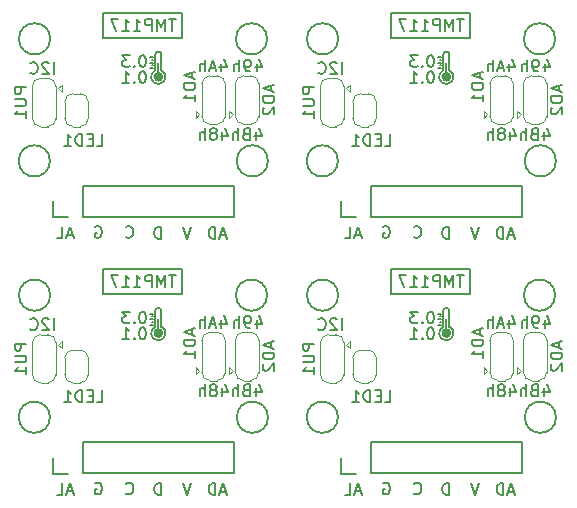
<source format=gbr>
%TF.GenerationSoftware,KiCad,Pcbnew,7.0.2-6a45011f42~172~ubuntu22.04.1*%
%TF.CreationDate,2023-07-04T10:01:32-03:00*%
%TF.ProjectId,TMP117_custom_board_panelize,544d5031-3137-45f6-9375-73746f6d5f62,rev?*%
%TF.SameCoordinates,Original*%
%TF.FileFunction,Legend,Bot*%
%TF.FilePolarity,Positive*%
%FSLAX46Y46*%
G04 Gerber Fmt 4.6, Leading zero omitted, Abs format (unit mm)*
G04 Created by KiCad (PCBNEW 7.0.2-6a45011f42~172~ubuntu22.04.1) date 2023-07-04 10:01:32*
%MOMM*%
%LPD*%
G01*
G04 APERTURE LIST*
%ADD10C,0.153000*%
%ADD11C,0.419643*%
%ADD12C,0.150000*%
%ADD13C,0.120000*%
G04 APERTURE END LIST*
D10*
X132244095Y-67606038D02*
X132339333Y-67558419D01*
X132339333Y-67558419D02*
X132482190Y-67558419D01*
X132482190Y-67558419D02*
X132625047Y-67606038D01*
X132625047Y-67606038D02*
X132720285Y-67701276D01*
X132720285Y-67701276D02*
X132767904Y-67796514D01*
X132767904Y-67796514D02*
X132815523Y-67986990D01*
X132815523Y-67986990D02*
X132815523Y-68129847D01*
X132815523Y-68129847D02*
X132767904Y-68320323D01*
X132767904Y-68320323D02*
X132720285Y-68415561D01*
X132720285Y-68415561D02*
X132625047Y-68510800D01*
X132625047Y-68510800D02*
X132482190Y-68558419D01*
X132482190Y-68558419D02*
X132386952Y-68558419D01*
X132386952Y-68558419D02*
X132244095Y-68510800D01*
X132244095Y-68510800D02*
X132196476Y-68463180D01*
X132196476Y-68463180D02*
X132196476Y-68129847D01*
X132196476Y-68129847D02*
X132386952Y-68129847D01*
X167715123Y-46619504D02*
X167238933Y-46619504D01*
X167810361Y-46905219D02*
X167477028Y-45905219D01*
X167477028Y-45905219D02*
X167143695Y-46905219D01*
X166810361Y-46905219D02*
X166810361Y-45905219D01*
X166810361Y-45905219D02*
X166572266Y-45905219D01*
X166572266Y-45905219D02*
X166429409Y-45952838D01*
X166429409Y-45952838D02*
X166334171Y-46048076D01*
X166334171Y-46048076D02*
X166286552Y-46143314D01*
X166286552Y-46143314D02*
X166238933Y-46333790D01*
X166238933Y-46333790D02*
X166238933Y-46476647D01*
X166238933Y-46476647D02*
X166286552Y-46667123D01*
X166286552Y-46667123D02*
X166334171Y-46762361D01*
X166334171Y-46762361D02*
X166429409Y-46857600D01*
X166429409Y-46857600D02*
X166572266Y-46905219D01*
X166572266Y-46905219D02*
X166810361Y-46905219D01*
X153138475Y-54649619D02*
X153138475Y-53649619D01*
X152709904Y-53744857D02*
X152662285Y-53697238D01*
X152662285Y-53697238D02*
X152567047Y-53649619D01*
X152567047Y-53649619D02*
X152328952Y-53649619D01*
X152328952Y-53649619D02*
X152233714Y-53697238D01*
X152233714Y-53697238D02*
X152186095Y-53744857D01*
X152186095Y-53744857D02*
X152138476Y-53840095D01*
X152138476Y-53840095D02*
X152138476Y-53935333D01*
X152138476Y-53935333D02*
X152186095Y-54078190D01*
X152186095Y-54078190D02*
X152757523Y-54649619D01*
X152757523Y-54649619D02*
X152138476Y-54649619D01*
X151138476Y-54554380D02*
X151186095Y-54602000D01*
X151186095Y-54602000D02*
X151328952Y-54649619D01*
X151328952Y-54649619D02*
X151424190Y-54649619D01*
X151424190Y-54649619D02*
X151567047Y-54602000D01*
X151567047Y-54602000D02*
X151662285Y-54506761D01*
X151662285Y-54506761D02*
X151709904Y-54411523D01*
X151709904Y-54411523D02*
X151757523Y-54221047D01*
X151757523Y-54221047D02*
X151757523Y-54078190D01*
X151757523Y-54078190D02*
X151709904Y-53887714D01*
X151709904Y-53887714D02*
X151662285Y-53792476D01*
X151662285Y-53792476D02*
X151567047Y-53697238D01*
X151567047Y-53697238D02*
X151424190Y-53649619D01*
X151424190Y-53649619D02*
X151328952Y-53649619D01*
X151328952Y-53649619D02*
X151186095Y-53697238D01*
X151186095Y-53697238D02*
X151138476Y-53744857D01*
X170290857Y-53782952D02*
X170290857Y-54449619D01*
X170528952Y-53402000D02*
X170767047Y-54116285D01*
X170767047Y-54116285D02*
X170148000Y-54116285D01*
X169719428Y-54449619D02*
X169528952Y-54449619D01*
X169528952Y-54449619D02*
X169433714Y-54402000D01*
X169433714Y-54402000D02*
X169386095Y-54354380D01*
X169386095Y-54354380D02*
X169290857Y-54211523D01*
X169290857Y-54211523D02*
X169243238Y-54021047D01*
X169243238Y-54021047D02*
X169243238Y-53640095D01*
X169243238Y-53640095D02*
X169290857Y-53544857D01*
X169290857Y-53544857D02*
X169338476Y-53497238D01*
X169338476Y-53497238D02*
X169433714Y-53449619D01*
X169433714Y-53449619D02*
X169624190Y-53449619D01*
X169624190Y-53449619D02*
X169719428Y-53497238D01*
X169719428Y-53497238D02*
X169767047Y-53544857D01*
X169767047Y-53544857D02*
X169814666Y-53640095D01*
X169814666Y-53640095D02*
X169814666Y-53878190D01*
X169814666Y-53878190D02*
X169767047Y-53973428D01*
X169767047Y-53973428D02*
X169719428Y-54021047D01*
X169719428Y-54021047D02*
X169624190Y-54068666D01*
X169624190Y-54068666D02*
X169433714Y-54068666D01*
X169433714Y-54068666D02*
X169338476Y-54021047D01*
X169338476Y-54021047D02*
X169290857Y-53973428D01*
X169290857Y-53973428D02*
X169243238Y-53878190D01*
X168814666Y-54449619D02*
X168814666Y-53449619D01*
X168386095Y-54449619D02*
X168386095Y-53925809D01*
X168386095Y-53925809D02*
X168433714Y-53830571D01*
X168433714Y-53830571D02*
X168528952Y-53782952D01*
X168528952Y-53782952D02*
X168671809Y-53782952D01*
X168671809Y-53782952D02*
X168767047Y-53830571D01*
X168767047Y-53830571D02*
X168814666Y-53878190D01*
X167281333Y-32078952D02*
X167281333Y-32745619D01*
X167519428Y-31698000D02*
X167757523Y-32412285D01*
X167757523Y-32412285D02*
X167138476Y-32412285D01*
X166805142Y-32459904D02*
X166328952Y-32459904D01*
X166900380Y-32745619D02*
X166567047Y-31745619D01*
X166567047Y-31745619D02*
X166233714Y-32745619D01*
X165900380Y-32745619D02*
X165900380Y-31745619D01*
X165471809Y-32745619D02*
X165471809Y-32221809D01*
X165471809Y-32221809D02*
X165519428Y-32126571D01*
X165519428Y-32126571D02*
X165614666Y-32078952D01*
X165614666Y-32078952D02*
X165757523Y-32078952D01*
X165757523Y-32078952D02*
X165852761Y-32126571D01*
X165852761Y-32126571D02*
X165900380Y-32174190D01*
X153138475Y-32945619D02*
X153138475Y-31945619D01*
X152709904Y-32040857D02*
X152662285Y-31993238D01*
X152662285Y-31993238D02*
X152567047Y-31945619D01*
X152567047Y-31945619D02*
X152328952Y-31945619D01*
X152328952Y-31945619D02*
X152233714Y-31993238D01*
X152233714Y-31993238D02*
X152186095Y-32040857D01*
X152186095Y-32040857D02*
X152138476Y-32136095D01*
X152138476Y-32136095D02*
X152138476Y-32231333D01*
X152138476Y-32231333D02*
X152186095Y-32374190D01*
X152186095Y-32374190D02*
X152757523Y-32945619D01*
X152757523Y-32945619D02*
X152138476Y-32945619D01*
X151138476Y-32850380D02*
X151186095Y-32898000D01*
X151186095Y-32898000D02*
X151328952Y-32945619D01*
X151328952Y-32945619D02*
X151424190Y-32945619D01*
X151424190Y-32945619D02*
X151567047Y-32898000D01*
X151567047Y-32898000D02*
X151662285Y-32802761D01*
X151662285Y-32802761D02*
X151709904Y-32707523D01*
X151709904Y-32707523D02*
X151757523Y-32517047D01*
X151757523Y-32517047D02*
X151757523Y-32374190D01*
X151757523Y-32374190D02*
X151709904Y-32183714D01*
X151709904Y-32183714D02*
X151662285Y-32088476D01*
X151662285Y-32088476D02*
X151567047Y-31993238D01*
X151567047Y-31993238D02*
X151424190Y-31945619D01*
X151424190Y-31945619D02*
X151328952Y-31945619D01*
X151328952Y-31945619D02*
X151186095Y-31993238D01*
X151186095Y-31993238D02*
X151138476Y-32040857D01*
X140378361Y-45905219D02*
X140045028Y-46905219D01*
X140045028Y-46905219D02*
X139711695Y-45905219D01*
X154761123Y-68298104D02*
X154284933Y-68298104D01*
X154856361Y-68583819D02*
X154523028Y-67583819D01*
X154523028Y-67583819D02*
X154189695Y-68583819D01*
X153380171Y-68583819D02*
X153856361Y-68583819D01*
X153856361Y-68583819D02*
X153856361Y-67583819D01*
X143006857Y-37878952D02*
X143006857Y-38545619D01*
X143244952Y-37498000D02*
X143483047Y-38212285D01*
X143483047Y-38212285D02*
X142864000Y-38212285D01*
X142340190Y-37974190D02*
X142435428Y-37926571D01*
X142435428Y-37926571D02*
X142483047Y-37878952D01*
X142483047Y-37878952D02*
X142530666Y-37783714D01*
X142530666Y-37783714D02*
X142530666Y-37736095D01*
X142530666Y-37736095D02*
X142483047Y-37640857D01*
X142483047Y-37640857D02*
X142435428Y-37593238D01*
X142435428Y-37593238D02*
X142340190Y-37545619D01*
X142340190Y-37545619D02*
X142149714Y-37545619D01*
X142149714Y-37545619D02*
X142054476Y-37593238D01*
X142054476Y-37593238D02*
X142006857Y-37640857D01*
X142006857Y-37640857D02*
X141959238Y-37736095D01*
X141959238Y-37736095D02*
X141959238Y-37783714D01*
X141959238Y-37783714D02*
X142006857Y-37878952D01*
X142006857Y-37878952D02*
X142054476Y-37926571D01*
X142054476Y-37926571D02*
X142149714Y-37974190D01*
X142149714Y-37974190D02*
X142340190Y-37974190D01*
X142340190Y-37974190D02*
X142435428Y-38021809D01*
X142435428Y-38021809D02*
X142483047Y-38069428D01*
X142483047Y-38069428D02*
X142530666Y-38164666D01*
X142530666Y-38164666D02*
X142530666Y-38355142D01*
X142530666Y-38355142D02*
X142483047Y-38450380D01*
X142483047Y-38450380D02*
X142435428Y-38498000D01*
X142435428Y-38498000D02*
X142340190Y-38545619D01*
X142340190Y-38545619D02*
X142149714Y-38545619D01*
X142149714Y-38545619D02*
X142054476Y-38498000D01*
X142054476Y-38498000D02*
X142006857Y-38450380D01*
X142006857Y-38450380D02*
X141959238Y-38355142D01*
X141959238Y-38355142D02*
X141959238Y-38164666D01*
X141959238Y-38164666D02*
X142006857Y-38069428D01*
X142006857Y-38069428D02*
X142054476Y-38021809D01*
X142054476Y-38021809D02*
X142149714Y-37974190D01*
X141530666Y-38545619D02*
X141530666Y-37545619D01*
X141102095Y-38545619D02*
X141102095Y-38021809D01*
X141102095Y-38021809D02*
X141149714Y-37926571D01*
X141149714Y-37926571D02*
X141244952Y-37878952D01*
X141244952Y-37878952D02*
X141387809Y-37878952D01*
X141387809Y-37878952D02*
X141483047Y-37926571D01*
X141483047Y-37926571D02*
X141530666Y-37974190D01*
X164762361Y-67609219D02*
X164429028Y-68609219D01*
X164429028Y-68609219D02*
X164095695Y-67609219D01*
X160695228Y-31376419D02*
X160599990Y-31376419D01*
X160599990Y-31376419D02*
X160504752Y-31424038D01*
X160504752Y-31424038D02*
X160457133Y-31471657D01*
X160457133Y-31471657D02*
X160409514Y-31566895D01*
X160409514Y-31566895D02*
X160361895Y-31757371D01*
X160361895Y-31757371D02*
X160361895Y-31995466D01*
X160361895Y-31995466D02*
X160409514Y-32185942D01*
X160409514Y-32185942D02*
X160457133Y-32281180D01*
X160457133Y-32281180D02*
X160504752Y-32328800D01*
X160504752Y-32328800D02*
X160599990Y-32376419D01*
X160599990Y-32376419D02*
X160695228Y-32376419D01*
X160695228Y-32376419D02*
X160790466Y-32328800D01*
X160790466Y-32328800D02*
X160838085Y-32281180D01*
X160838085Y-32281180D02*
X160885704Y-32185942D01*
X160885704Y-32185942D02*
X160933323Y-31995466D01*
X160933323Y-31995466D02*
X160933323Y-31757371D01*
X160933323Y-31757371D02*
X160885704Y-31566895D01*
X160885704Y-31566895D02*
X160838085Y-31471657D01*
X160838085Y-31471657D02*
X160790466Y-31424038D01*
X160790466Y-31424038D02*
X160695228Y-31376419D01*
X159933323Y-32281180D02*
X159885704Y-32328800D01*
X159885704Y-32328800D02*
X159933323Y-32376419D01*
X159933323Y-32376419D02*
X159980942Y-32328800D01*
X159980942Y-32328800D02*
X159933323Y-32281180D01*
X159933323Y-32281180D02*
X159933323Y-32376419D01*
X159552371Y-31376419D02*
X158933324Y-31376419D01*
X158933324Y-31376419D02*
X159266657Y-31757371D01*
X159266657Y-31757371D02*
X159123800Y-31757371D01*
X159123800Y-31757371D02*
X159028562Y-31804990D01*
X159028562Y-31804990D02*
X158980943Y-31852609D01*
X158980943Y-31852609D02*
X158933324Y-31947847D01*
X158933324Y-31947847D02*
X158933324Y-32185942D01*
X158933324Y-32185942D02*
X158980943Y-32281180D01*
X158980943Y-32281180D02*
X159028562Y-32328800D01*
X159028562Y-32328800D02*
X159123800Y-32376419D01*
X159123800Y-32376419D02*
X159409514Y-32376419D01*
X159409514Y-32376419D02*
X159504752Y-32328800D01*
X159504752Y-32328800D02*
X159552371Y-32281180D01*
X159222076Y-68463180D02*
X159269695Y-68510800D01*
X159269695Y-68510800D02*
X159412552Y-68558419D01*
X159412552Y-68558419D02*
X159507790Y-68558419D01*
X159507790Y-68558419D02*
X159650647Y-68510800D01*
X159650647Y-68510800D02*
X159745885Y-68415561D01*
X159745885Y-68415561D02*
X159793504Y-68320323D01*
X159793504Y-68320323D02*
X159841123Y-68129847D01*
X159841123Y-68129847D02*
X159841123Y-67986990D01*
X159841123Y-67986990D02*
X159793504Y-67796514D01*
X159793504Y-67796514D02*
X159745885Y-67701276D01*
X159745885Y-67701276D02*
X159650647Y-67606038D01*
X159650647Y-67606038D02*
X159507790Y-67558419D01*
X159507790Y-67558419D02*
X159412552Y-67558419D01*
X159412552Y-67558419D02*
X159269695Y-67606038D01*
X159269695Y-67606038D02*
X159222076Y-67653657D01*
X134838076Y-68463180D02*
X134885695Y-68510800D01*
X134885695Y-68510800D02*
X135028552Y-68558419D01*
X135028552Y-68558419D02*
X135123790Y-68558419D01*
X135123790Y-68558419D02*
X135266647Y-68510800D01*
X135266647Y-68510800D02*
X135361885Y-68415561D01*
X135361885Y-68415561D02*
X135409504Y-68320323D01*
X135409504Y-68320323D02*
X135457123Y-68129847D01*
X135457123Y-68129847D02*
X135457123Y-67986990D01*
X135457123Y-67986990D02*
X135409504Y-67796514D01*
X135409504Y-67796514D02*
X135361885Y-67701276D01*
X135361885Y-67701276D02*
X135266647Y-67606038D01*
X135266647Y-67606038D02*
X135123790Y-67558419D01*
X135123790Y-67558419D02*
X135028552Y-67558419D01*
X135028552Y-67558419D02*
X134885695Y-67606038D01*
X134885695Y-67606038D02*
X134838076Y-67653657D01*
X167390857Y-37878952D02*
X167390857Y-38545619D01*
X167628952Y-37498000D02*
X167867047Y-38212285D01*
X167867047Y-38212285D02*
X167248000Y-38212285D01*
X166724190Y-37974190D02*
X166819428Y-37926571D01*
X166819428Y-37926571D02*
X166867047Y-37878952D01*
X166867047Y-37878952D02*
X166914666Y-37783714D01*
X166914666Y-37783714D02*
X166914666Y-37736095D01*
X166914666Y-37736095D02*
X166867047Y-37640857D01*
X166867047Y-37640857D02*
X166819428Y-37593238D01*
X166819428Y-37593238D02*
X166724190Y-37545619D01*
X166724190Y-37545619D02*
X166533714Y-37545619D01*
X166533714Y-37545619D02*
X166438476Y-37593238D01*
X166438476Y-37593238D02*
X166390857Y-37640857D01*
X166390857Y-37640857D02*
X166343238Y-37736095D01*
X166343238Y-37736095D02*
X166343238Y-37783714D01*
X166343238Y-37783714D02*
X166390857Y-37878952D01*
X166390857Y-37878952D02*
X166438476Y-37926571D01*
X166438476Y-37926571D02*
X166533714Y-37974190D01*
X166533714Y-37974190D02*
X166724190Y-37974190D01*
X166724190Y-37974190D02*
X166819428Y-38021809D01*
X166819428Y-38021809D02*
X166867047Y-38069428D01*
X166867047Y-38069428D02*
X166914666Y-38164666D01*
X166914666Y-38164666D02*
X166914666Y-38355142D01*
X166914666Y-38355142D02*
X166867047Y-38450380D01*
X166867047Y-38450380D02*
X166819428Y-38498000D01*
X166819428Y-38498000D02*
X166724190Y-38545619D01*
X166724190Y-38545619D02*
X166533714Y-38545619D01*
X166533714Y-38545619D02*
X166438476Y-38498000D01*
X166438476Y-38498000D02*
X166390857Y-38450380D01*
X166390857Y-38450380D02*
X166343238Y-38355142D01*
X166343238Y-38355142D02*
X166343238Y-38164666D01*
X166343238Y-38164666D02*
X166390857Y-38069428D01*
X166390857Y-38069428D02*
X166438476Y-38021809D01*
X166438476Y-38021809D02*
X166533714Y-37974190D01*
X165914666Y-38545619D02*
X165914666Y-37545619D01*
X165486095Y-38545619D02*
X165486095Y-38021809D01*
X165486095Y-38021809D02*
X165533714Y-37926571D01*
X165533714Y-37926571D02*
X165628952Y-37878952D01*
X165628952Y-37878952D02*
X165771809Y-37878952D01*
X165771809Y-37878952D02*
X165867047Y-37926571D01*
X165867047Y-37926571D02*
X165914666Y-37974190D01*
X136311228Y-54426619D02*
X136215990Y-54426619D01*
X136215990Y-54426619D02*
X136120752Y-54474238D01*
X136120752Y-54474238D02*
X136073133Y-54521857D01*
X136073133Y-54521857D02*
X136025514Y-54617095D01*
X136025514Y-54617095D02*
X135977895Y-54807571D01*
X135977895Y-54807571D02*
X135977895Y-55045666D01*
X135977895Y-55045666D02*
X136025514Y-55236142D01*
X136025514Y-55236142D02*
X136073133Y-55331380D01*
X136073133Y-55331380D02*
X136120752Y-55379000D01*
X136120752Y-55379000D02*
X136215990Y-55426619D01*
X136215990Y-55426619D02*
X136311228Y-55426619D01*
X136311228Y-55426619D02*
X136406466Y-55379000D01*
X136406466Y-55379000D02*
X136454085Y-55331380D01*
X136454085Y-55331380D02*
X136501704Y-55236142D01*
X136501704Y-55236142D02*
X136549323Y-55045666D01*
X136549323Y-55045666D02*
X136549323Y-54807571D01*
X136549323Y-54807571D02*
X136501704Y-54617095D01*
X136501704Y-54617095D02*
X136454085Y-54521857D01*
X136454085Y-54521857D02*
X136406466Y-54474238D01*
X136406466Y-54474238D02*
X136311228Y-54426619D01*
X135549323Y-55331380D02*
X135501704Y-55379000D01*
X135501704Y-55379000D02*
X135549323Y-55426619D01*
X135549323Y-55426619D02*
X135596942Y-55379000D01*
X135596942Y-55379000D02*
X135549323Y-55331380D01*
X135549323Y-55331380D02*
X135549323Y-55426619D01*
X134549324Y-55426619D02*
X135120752Y-55426619D01*
X134835038Y-55426619D02*
X134835038Y-54426619D01*
X134835038Y-54426619D02*
X134930276Y-54569476D01*
X134930276Y-54569476D02*
X135025514Y-54664714D01*
X135025514Y-54664714D02*
X135120752Y-54712333D01*
X132244095Y-45902038D02*
X132339333Y-45854419D01*
X132339333Y-45854419D02*
X132482190Y-45854419D01*
X132482190Y-45854419D02*
X132625047Y-45902038D01*
X132625047Y-45902038D02*
X132720285Y-45997276D01*
X132720285Y-45997276D02*
X132767904Y-46092514D01*
X132767904Y-46092514D02*
X132815523Y-46282990D01*
X132815523Y-46282990D02*
X132815523Y-46425847D01*
X132815523Y-46425847D02*
X132767904Y-46616323D01*
X132767904Y-46616323D02*
X132720285Y-46711561D01*
X132720285Y-46711561D02*
X132625047Y-46806800D01*
X132625047Y-46806800D02*
X132482190Y-46854419D01*
X132482190Y-46854419D02*
X132386952Y-46854419D01*
X132386952Y-46854419D02*
X132244095Y-46806800D01*
X132244095Y-46806800D02*
X132196476Y-46759180D01*
X132196476Y-46759180D02*
X132196476Y-46425847D01*
X132196476Y-46425847D02*
X132386952Y-46425847D01*
X145854476Y-59582952D02*
X145854476Y-60249619D01*
X146092571Y-59202000D02*
X146330666Y-59916285D01*
X146330666Y-59916285D02*
X145711619Y-59916285D01*
X144997333Y-59725809D02*
X144854476Y-59773428D01*
X144854476Y-59773428D02*
X144806857Y-59821047D01*
X144806857Y-59821047D02*
X144759238Y-59916285D01*
X144759238Y-59916285D02*
X144759238Y-60059142D01*
X144759238Y-60059142D02*
X144806857Y-60154380D01*
X144806857Y-60154380D02*
X144854476Y-60202000D01*
X144854476Y-60202000D02*
X144949714Y-60249619D01*
X144949714Y-60249619D02*
X145330666Y-60249619D01*
X145330666Y-60249619D02*
X145330666Y-59249619D01*
X145330666Y-59249619D02*
X144997333Y-59249619D01*
X144997333Y-59249619D02*
X144902095Y-59297238D01*
X144902095Y-59297238D02*
X144854476Y-59344857D01*
X144854476Y-59344857D02*
X144806857Y-59440095D01*
X144806857Y-59440095D02*
X144806857Y-59535333D01*
X144806857Y-59535333D02*
X144854476Y-59630571D01*
X144854476Y-59630571D02*
X144902095Y-59678190D01*
X144902095Y-59678190D02*
X144997333Y-59725809D01*
X144997333Y-59725809D02*
X145330666Y-59725809D01*
X144330666Y-60249619D02*
X144330666Y-59249619D01*
X143902095Y-60249619D02*
X143902095Y-59725809D01*
X143902095Y-59725809D02*
X143949714Y-59630571D01*
X143949714Y-59630571D02*
X144044952Y-59582952D01*
X144044952Y-59582952D02*
X144187809Y-59582952D01*
X144187809Y-59582952D02*
X144283047Y-59630571D01*
X144283047Y-59630571D02*
X144330666Y-59678190D01*
X163454261Y-28303019D02*
X162882833Y-28303019D01*
X163168547Y-29303019D02*
X163168547Y-28303019D01*
X162549499Y-29303019D02*
X162549499Y-28303019D01*
X162549499Y-28303019D02*
X162216166Y-29017304D01*
X162216166Y-29017304D02*
X161882833Y-28303019D01*
X161882833Y-28303019D02*
X161882833Y-29303019D01*
X161406642Y-29303019D02*
X161406642Y-28303019D01*
X161406642Y-28303019D02*
X161025690Y-28303019D01*
X161025690Y-28303019D02*
X160930452Y-28350638D01*
X160930452Y-28350638D02*
X160882833Y-28398257D01*
X160882833Y-28398257D02*
X160835214Y-28493495D01*
X160835214Y-28493495D02*
X160835214Y-28636352D01*
X160835214Y-28636352D02*
X160882833Y-28731590D01*
X160882833Y-28731590D02*
X160930452Y-28779209D01*
X160930452Y-28779209D02*
X161025690Y-28826828D01*
X161025690Y-28826828D02*
X161406642Y-28826828D01*
X159882833Y-29303019D02*
X160454261Y-29303019D01*
X160168547Y-29303019D02*
X160168547Y-28303019D01*
X160168547Y-28303019D02*
X160263785Y-28445876D01*
X160263785Y-28445876D02*
X160359023Y-28541114D01*
X160359023Y-28541114D02*
X160454261Y-28588733D01*
X158930452Y-29303019D02*
X159501880Y-29303019D01*
X159216166Y-29303019D02*
X159216166Y-28303019D01*
X159216166Y-28303019D02*
X159311404Y-28445876D01*
X159311404Y-28445876D02*
X159406642Y-28541114D01*
X159406642Y-28541114D02*
X159501880Y-28588733D01*
X158597118Y-28303019D02*
X157930452Y-28303019D01*
X157930452Y-28303019D02*
X158359023Y-29303019D01*
X160695228Y-32722619D02*
X160599990Y-32722619D01*
X160599990Y-32722619D02*
X160504752Y-32770238D01*
X160504752Y-32770238D02*
X160457133Y-32817857D01*
X160457133Y-32817857D02*
X160409514Y-32913095D01*
X160409514Y-32913095D02*
X160361895Y-33103571D01*
X160361895Y-33103571D02*
X160361895Y-33341666D01*
X160361895Y-33341666D02*
X160409514Y-33532142D01*
X160409514Y-33532142D02*
X160457133Y-33627380D01*
X160457133Y-33627380D02*
X160504752Y-33675000D01*
X160504752Y-33675000D02*
X160599990Y-33722619D01*
X160599990Y-33722619D02*
X160695228Y-33722619D01*
X160695228Y-33722619D02*
X160790466Y-33675000D01*
X160790466Y-33675000D02*
X160838085Y-33627380D01*
X160838085Y-33627380D02*
X160885704Y-33532142D01*
X160885704Y-33532142D02*
X160933323Y-33341666D01*
X160933323Y-33341666D02*
X160933323Y-33103571D01*
X160933323Y-33103571D02*
X160885704Y-32913095D01*
X160885704Y-32913095D02*
X160838085Y-32817857D01*
X160838085Y-32817857D02*
X160790466Y-32770238D01*
X160790466Y-32770238D02*
X160695228Y-32722619D01*
X159933323Y-33627380D02*
X159885704Y-33675000D01*
X159885704Y-33675000D02*
X159933323Y-33722619D01*
X159933323Y-33722619D02*
X159980942Y-33675000D01*
X159980942Y-33675000D02*
X159933323Y-33627380D01*
X159933323Y-33627380D02*
X159933323Y-33722619D01*
X158933324Y-33722619D02*
X159504752Y-33722619D01*
X159219038Y-33722619D02*
X159219038Y-32722619D01*
X159219038Y-32722619D02*
X159314276Y-32865476D01*
X159314276Y-32865476D02*
X159409514Y-32960714D01*
X159409514Y-32960714D02*
X159504752Y-33008333D01*
X170238476Y-37878952D02*
X170238476Y-38545619D01*
X170476571Y-37498000D02*
X170714666Y-38212285D01*
X170714666Y-38212285D02*
X170095619Y-38212285D01*
X169381333Y-38021809D02*
X169238476Y-38069428D01*
X169238476Y-38069428D02*
X169190857Y-38117047D01*
X169190857Y-38117047D02*
X169143238Y-38212285D01*
X169143238Y-38212285D02*
X169143238Y-38355142D01*
X169143238Y-38355142D02*
X169190857Y-38450380D01*
X169190857Y-38450380D02*
X169238476Y-38498000D01*
X169238476Y-38498000D02*
X169333714Y-38545619D01*
X169333714Y-38545619D02*
X169714666Y-38545619D01*
X169714666Y-38545619D02*
X169714666Y-37545619D01*
X169714666Y-37545619D02*
X169381333Y-37545619D01*
X169381333Y-37545619D02*
X169286095Y-37593238D01*
X169286095Y-37593238D02*
X169238476Y-37640857D01*
X169238476Y-37640857D02*
X169190857Y-37736095D01*
X169190857Y-37736095D02*
X169190857Y-37831333D01*
X169190857Y-37831333D02*
X169238476Y-37926571D01*
X169238476Y-37926571D02*
X169286095Y-37974190D01*
X169286095Y-37974190D02*
X169381333Y-38021809D01*
X169381333Y-38021809D02*
X169714666Y-38021809D01*
X168714666Y-38545619D02*
X168714666Y-37545619D01*
X168286095Y-38545619D02*
X168286095Y-38021809D01*
X168286095Y-38021809D02*
X168333714Y-37926571D01*
X168333714Y-37926571D02*
X168428952Y-37878952D01*
X168428952Y-37878952D02*
X168571809Y-37878952D01*
X168571809Y-37878952D02*
X168667047Y-37926571D01*
X168667047Y-37926571D02*
X168714666Y-37974190D01*
X159222076Y-46759180D02*
X159269695Y-46806800D01*
X159269695Y-46806800D02*
X159412552Y-46854419D01*
X159412552Y-46854419D02*
X159507790Y-46854419D01*
X159507790Y-46854419D02*
X159650647Y-46806800D01*
X159650647Y-46806800D02*
X159745885Y-46711561D01*
X159745885Y-46711561D02*
X159793504Y-46616323D01*
X159793504Y-46616323D02*
X159841123Y-46425847D01*
X159841123Y-46425847D02*
X159841123Y-46282990D01*
X159841123Y-46282990D02*
X159793504Y-46092514D01*
X159793504Y-46092514D02*
X159745885Y-45997276D01*
X159745885Y-45997276D02*
X159650647Y-45902038D01*
X159650647Y-45902038D02*
X159507790Y-45854419D01*
X159507790Y-45854419D02*
X159412552Y-45854419D01*
X159412552Y-45854419D02*
X159269695Y-45902038D01*
X159269695Y-45902038D02*
X159222076Y-45949657D01*
X160695228Y-53080419D02*
X160599990Y-53080419D01*
X160599990Y-53080419D02*
X160504752Y-53128038D01*
X160504752Y-53128038D02*
X160457133Y-53175657D01*
X160457133Y-53175657D02*
X160409514Y-53270895D01*
X160409514Y-53270895D02*
X160361895Y-53461371D01*
X160361895Y-53461371D02*
X160361895Y-53699466D01*
X160361895Y-53699466D02*
X160409514Y-53889942D01*
X160409514Y-53889942D02*
X160457133Y-53985180D01*
X160457133Y-53985180D02*
X160504752Y-54032800D01*
X160504752Y-54032800D02*
X160599990Y-54080419D01*
X160599990Y-54080419D02*
X160695228Y-54080419D01*
X160695228Y-54080419D02*
X160790466Y-54032800D01*
X160790466Y-54032800D02*
X160838085Y-53985180D01*
X160838085Y-53985180D02*
X160885704Y-53889942D01*
X160885704Y-53889942D02*
X160933323Y-53699466D01*
X160933323Y-53699466D02*
X160933323Y-53461371D01*
X160933323Y-53461371D02*
X160885704Y-53270895D01*
X160885704Y-53270895D02*
X160838085Y-53175657D01*
X160838085Y-53175657D02*
X160790466Y-53128038D01*
X160790466Y-53128038D02*
X160695228Y-53080419D01*
X159933323Y-53985180D02*
X159885704Y-54032800D01*
X159885704Y-54032800D02*
X159933323Y-54080419D01*
X159933323Y-54080419D02*
X159980942Y-54032800D01*
X159980942Y-54032800D02*
X159933323Y-53985180D01*
X159933323Y-53985180D02*
X159933323Y-54080419D01*
X159552371Y-53080419D02*
X158933324Y-53080419D01*
X158933324Y-53080419D02*
X159266657Y-53461371D01*
X159266657Y-53461371D02*
X159123800Y-53461371D01*
X159123800Y-53461371D02*
X159028562Y-53508990D01*
X159028562Y-53508990D02*
X158980943Y-53556609D01*
X158980943Y-53556609D02*
X158933324Y-53651847D01*
X158933324Y-53651847D02*
X158933324Y-53889942D01*
X158933324Y-53889942D02*
X158980943Y-53985180D01*
X158980943Y-53985180D02*
X159028562Y-54032800D01*
X159028562Y-54032800D02*
X159123800Y-54080419D01*
X159123800Y-54080419D02*
X159409514Y-54080419D01*
X159409514Y-54080419D02*
X159504752Y-54032800D01*
X159504752Y-54032800D02*
X159552371Y-53985180D01*
X145854476Y-37878952D02*
X145854476Y-38545619D01*
X146092571Y-37498000D02*
X146330666Y-38212285D01*
X146330666Y-38212285D02*
X145711619Y-38212285D01*
X144997333Y-38021809D02*
X144854476Y-38069428D01*
X144854476Y-38069428D02*
X144806857Y-38117047D01*
X144806857Y-38117047D02*
X144759238Y-38212285D01*
X144759238Y-38212285D02*
X144759238Y-38355142D01*
X144759238Y-38355142D02*
X144806857Y-38450380D01*
X144806857Y-38450380D02*
X144854476Y-38498000D01*
X144854476Y-38498000D02*
X144949714Y-38545619D01*
X144949714Y-38545619D02*
X145330666Y-38545619D01*
X145330666Y-38545619D02*
X145330666Y-37545619D01*
X145330666Y-37545619D02*
X144997333Y-37545619D01*
X144997333Y-37545619D02*
X144902095Y-37593238D01*
X144902095Y-37593238D02*
X144854476Y-37640857D01*
X144854476Y-37640857D02*
X144806857Y-37736095D01*
X144806857Y-37736095D02*
X144806857Y-37831333D01*
X144806857Y-37831333D02*
X144854476Y-37926571D01*
X144854476Y-37926571D02*
X144902095Y-37974190D01*
X144902095Y-37974190D02*
X144997333Y-38021809D01*
X144997333Y-38021809D02*
X145330666Y-38021809D01*
X144330666Y-38545619D02*
X144330666Y-37545619D01*
X143902095Y-38545619D02*
X143902095Y-38021809D01*
X143902095Y-38021809D02*
X143949714Y-37926571D01*
X143949714Y-37926571D02*
X144044952Y-37878952D01*
X144044952Y-37878952D02*
X144187809Y-37878952D01*
X144187809Y-37878952D02*
X144283047Y-37926571D01*
X144283047Y-37926571D02*
X144330666Y-37974190D01*
X167715123Y-68323504D02*
X167238933Y-68323504D01*
X167810361Y-68609219D02*
X167477028Y-67609219D01*
X167477028Y-67609219D02*
X167143695Y-68609219D01*
X166810361Y-68609219D02*
X166810361Y-67609219D01*
X166810361Y-67609219D02*
X166572266Y-67609219D01*
X166572266Y-67609219D02*
X166429409Y-67656838D01*
X166429409Y-67656838D02*
X166334171Y-67752076D01*
X166334171Y-67752076D02*
X166286552Y-67847314D01*
X166286552Y-67847314D02*
X166238933Y-68037790D01*
X166238933Y-68037790D02*
X166238933Y-68180647D01*
X166238933Y-68180647D02*
X166286552Y-68371123D01*
X166286552Y-68371123D02*
X166334171Y-68466361D01*
X166334171Y-68466361D02*
X166429409Y-68561600D01*
X166429409Y-68561600D02*
X166572266Y-68609219D01*
X166572266Y-68609219D02*
X166810361Y-68609219D01*
X137822504Y-68609219D02*
X137822504Y-67609219D01*
X137822504Y-67609219D02*
X137584409Y-67609219D01*
X137584409Y-67609219D02*
X137441552Y-67656838D01*
X137441552Y-67656838D02*
X137346314Y-67752076D01*
X137346314Y-67752076D02*
X137298695Y-67847314D01*
X137298695Y-67847314D02*
X137251076Y-68037790D01*
X137251076Y-68037790D02*
X137251076Y-68180647D01*
X137251076Y-68180647D02*
X137298695Y-68371123D01*
X137298695Y-68371123D02*
X137346314Y-68466361D01*
X137346314Y-68466361D02*
X137441552Y-68561600D01*
X137441552Y-68561600D02*
X137584409Y-68609219D01*
X137584409Y-68609219D02*
X137822504Y-68609219D01*
X137822504Y-46905219D02*
X137822504Y-45905219D01*
X137822504Y-45905219D02*
X137584409Y-45905219D01*
X137584409Y-45905219D02*
X137441552Y-45952838D01*
X137441552Y-45952838D02*
X137346314Y-46048076D01*
X137346314Y-46048076D02*
X137298695Y-46143314D01*
X137298695Y-46143314D02*
X137251076Y-46333790D01*
X137251076Y-46333790D02*
X137251076Y-46476647D01*
X137251076Y-46476647D02*
X137298695Y-46667123D01*
X137298695Y-46667123D02*
X137346314Y-46762361D01*
X137346314Y-46762361D02*
X137441552Y-46857600D01*
X137441552Y-46857600D02*
X137584409Y-46905219D01*
X137584409Y-46905219D02*
X137822504Y-46905219D01*
X145906857Y-53782952D02*
X145906857Y-54449619D01*
X146144952Y-53402000D02*
X146383047Y-54116285D01*
X146383047Y-54116285D02*
X145764000Y-54116285D01*
X145335428Y-54449619D02*
X145144952Y-54449619D01*
X145144952Y-54449619D02*
X145049714Y-54402000D01*
X145049714Y-54402000D02*
X145002095Y-54354380D01*
X145002095Y-54354380D02*
X144906857Y-54211523D01*
X144906857Y-54211523D02*
X144859238Y-54021047D01*
X144859238Y-54021047D02*
X144859238Y-53640095D01*
X144859238Y-53640095D02*
X144906857Y-53544857D01*
X144906857Y-53544857D02*
X144954476Y-53497238D01*
X144954476Y-53497238D02*
X145049714Y-53449619D01*
X145049714Y-53449619D02*
X145240190Y-53449619D01*
X145240190Y-53449619D02*
X145335428Y-53497238D01*
X145335428Y-53497238D02*
X145383047Y-53544857D01*
X145383047Y-53544857D02*
X145430666Y-53640095D01*
X145430666Y-53640095D02*
X145430666Y-53878190D01*
X145430666Y-53878190D02*
X145383047Y-53973428D01*
X145383047Y-53973428D02*
X145335428Y-54021047D01*
X145335428Y-54021047D02*
X145240190Y-54068666D01*
X145240190Y-54068666D02*
X145049714Y-54068666D01*
X145049714Y-54068666D02*
X144954476Y-54021047D01*
X144954476Y-54021047D02*
X144906857Y-53973428D01*
X144906857Y-53973428D02*
X144859238Y-53878190D01*
X144430666Y-54449619D02*
X144430666Y-53449619D01*
X144002095Y-54449619D02*
X144002095Y-53925809D01*
X144002095Y-53925809D02*
X144049714Y-53830571D01*
X144049714Y-53830571D02*
X144144952Y-53782952D01*
X144144952Y-53782952D02*
X144287809Y-53782952D01*
X144287809Y-53782952D02*
X144383047Y-53830571D01*
X144383047Y-53830571D02*
X144430666Y-53878190D01*
X139070261Y-50007019D02*
X138498833Y-50007019D01*
X138784547Y-51007019D02*
X138784547Y-50007019D01*
X138165499Y-51007019D02*
X138165499Y-50007019D01*
X138165499Y-50007019D02*
X137832166Y-50721304D01*
X137832166Y-50721304D02*
X137498833Y-50007019D01*
X137498833Y-50007019D02*
X137498833Y-51007019D01*
X137022642Y-51007019D02*
X137022642Y-50007019D01*
X137022642Y-50007019D02*
X136641690Y-50007019D01*
X136641690Y-50007019D02*
X136546452Y-50054638D01*
X136546452Y-50054638D02*
X136498833Y-50102257D01*
X136498833Y-50102257D02*
X136451214Y-50197495D01*
X136451214Y-50197495D02*
X136451214Y-50340352D01*
X136451214Y-50340352D02*
X136498833Y-50435590D01*
X136498833Y-50435590D02*
X136546452Y-50483209D01*
X136546452Y-50483209D02*
X136641690Y-50530828D01*
X136641690Y-50530828D02*
X137022642Y-50530828D01*
X135498833Y-51007019D02*
X136070261Y-51007019D01*
X135784547Y-51007019D02*
X135784547Y-50007019D01*
X135784547Y-50007019D02*
X135879785Y-50149876D01*
X135879785Y-50149876D02*
X135975023Y-50245114D01*
X135975023Y-50245114D02*
X136070261Y-50292733D01*
X134546452Y-51007019D02*
X135117880Y-51007019D01*
X134832166Y-51007019D02*
X134832166Y-50007019D01*
X134832166Y-50007019D02*
X134927404Y-50149876D01*
X134927404Y-50149876D02*
X135022642Y-50245114D01*
X135022642Y-50245114D02*
X135117880Y-50292733D01*
X134213118Y-50007019D02*
X133546452Y-50007019D01*
X133546452Y-50007019D02*
X133975023Y-51007019D01*
X136311228Y-53080419D02*
X136215990Y-53080419D01*
X136215990Y-53080419D02*
X136120752Y-53128038D01*
X136120752Y-53128038D02*
X136073133Y-53175657D01*
X136073133Y-53175657D02*
X136025514Y-53270895D01*
X136025514Y-53270895D02*
X135977895Y-53461371D01*
X135977895Y-53461371D02*
X135977895Y-53699466D01*
X135977895Y-53699466D02*
X136025514Y-53889942D01*
X136025514Y-53889942D02*
X136073133Y-53985180D01*
X136073133Y-53985180D02*
X136120752Y-54032800D01*
X136120752Y-54032800D02*
X136215990Y-54080419D01*
X136215990Y-54080419D02*
X136311228Y-54080419D01*
X136311228Y-54080419D02*
X136406466Y-54032800D01*
X136406466Y-54032800D02*
X136454085Y-53985180D01*
X136454085Y-53985180D02*
X136501704Y-53889942D01*
X136501704Y-53889942D02*
X136549323Y-53699466D01*
X136549323Y-53699466D02*
X136549323Y-53461371D01*
X136549323Y-53461371D02*
X136501704Y-53270895D01*
X136501704Y-53270895D02*
X136454085Y-53175657D01*
X136454085Y-53175657D02*
X136406466Y-53128038D01*
X136406466Y-53128038D02*
X136311228Y-53080419D01*
X135549323Y-53985180D02*
X135501704Y-54032800D01*
X135501704Y-54032800D02*
X135549323Y-54080419D01*
X135549323Y-54080419D02*
X135596942Y-54032800D01*
X135596942Y-54032800D02*
X135549323Y-53985180D01*
X135549323Y-53985180D02*
X135549323Y-54080419D01*
X135168371Y-53080419D02*
X134549324Y-53080419D01*
X134549324Y-53080419D02*
X134882657Y-53461371D01*
X134882657Y-53461371D02*
X134739800Y-53461371D01*
X134739800Y-53461371D02*
X134644562Y-53508990D01*
X134644562Y-53508990D02*
X134596943Y-53556609D01*
X134596943Y-53556609D02*
X134549324Y-53651847D01*
X134549324Y-53651847D02*
X134549324Y-53889942D01*
X134549324Y-53889942D02*
X134596943Y-53985180D01*
X134596943Y-53985180D02*
X134644562Y-54032800D01*
X134644562Y-54032800D02*
X134739800Y-54080419D01*
X134739800Y-54080419D02*
X135025514Y-54080419D01*
X135025514Y-54080419D02*
X135120752Y-54032800D01*
X135120752Y-54032800D02*
X135168371Y-53985180D01*
X164762361Y-45905219D02*
X164429028Y-46905219D01*
X164429028Y-46905219D02*
X164095695Y-45905219D01*
X143006857Y-59582952D02*
X143006857Y-60249619D01*
X143244952Y-59202000D02*
X143483047Y-59916285D01*
X143483047Y-59916285D02*
X142864000Y-59916285D01*
X142340190Y-59678190D02*
X142435428Y-59630571D01*
X142435428Y-59630571D02*
X142483047Y-59582952D01*
X142483047Y-59582952D02*
X142530666Y-59487714D01*
X142530666Y-59487714D02*
X142530666Y-59440095D01*
X142530666Y-59440095D02*
X142483047Y-59344857D01*
X142483047Y-59344857D02*
X142435428Y-59297238D01*
X142435428Y-59297238D02*
X142340190Y-59249619D01*
X142340190Y-59249619D02*
X142149714Y-59249619D01*
X142149714Y-59249619D02*
X142054476Y-59297238D01*
X142054476Y-59297238D02*
X142006857Y-59344857D01*
X142006857Y-59344857D02*
X141959238Y-59440095D01*
X141959238Y-59440095D02*
X141959238Y-59487714D01*
X141959238Y-59487714D02*
X142006857Y-59582952D01*
X142006857Y-59582952D02*
X142054476Y-59630571D01*
X142054476Y-59630571D02*
X142149714Y-59678190D01*
X142149714Y-59678190D02*
X142340190Y-59678190D01*
X142340190Y-59678190D02*
X142435428Y-59725809D01*
X142435428Y-59725809D02*
X142483047Y-59773428D01*
X142483047Y-59773428D02*
X142530666Y-59868666D01*
X142530666Y-59868666D02*
X142530666Y-60059142D01*
X142530666Y-60059142D02*
X142483047Y-60154380D01*
X142483047Y-60154380D02*
X142435428Y-60202000D01*
X142435428Y-60202000D02*
X142340190Y-60249619D01*
X142340190Y-60249619D02*
X142149714Y-60249619D01*
X142149714Y-60249619D02*
X142054476Y-60202000D01*
X142054476Y-60202000D02*
X142006857Y-60154380D01*
X142006857Y-60154380D02*
X141959238Y-60059142D01*
X141959238Y-60059142D02*
X141959238Y-59868666D01*
X141959238Y-59868666D02*
X142006857Y-59773428D01*
X142006857Y-59773428D02*
X142054476Y-59725809D01*
X142054476Y-59725809D02*
X142149714Y-59678190D01*
X141530666Y-60249619D02*
X141530666Y-59249619D01*
X141102095Y-60249619D02*
X141102095Y-59725809D01*
X141102095Y-59725809D02*
X141149714Y-59630571D01*
X141149714Y-59630571D02*
X141244952Y-59582952D01*
X141244952Y-59582952D02*
X141387809Y-59582952D01*
X141387809Y-59582952D02*
X141483047Y-59630571D01*
X141483047Y-59630571D02*
X141530666Y-59678190D01*
X142897333Y-53782952D02*
X142897333Y-54449619D01*
X143135428Y-53402000D02*
X143373523Y-54116285D01*
X143373523Y-54116285D02*
X142754476Y-54116285D01*
X142421142Y-54163904D02*
X141944952Y-54163904D01*
X142516380Y-54449619D02*
X142183047Y-53449619D01*
X142183047Y-53449619D02*
X141849714Y-54449619D01*
X141516380Y-54449619D02*
X141516380Y-53449619D01*
X141087809Y-54449619D02*
X141087809Y-53925809D01*
X141087809Y-53925809D02*
X141135428Y-53830571D01*
X141135428Y-53830571D02*
X141230666Y-53782952D01*
X141230666Y-53782952D02*
X141373523Y-53782952D01*
X141373523Y-53782952D02*
X141468761Y-53830571D01*
X141468761Y-53830571D02*
X141516380Y-53878190D01*
X160695228Y-54426619D02*
X160599990Y-54426619D01*
X160599990Y-54426619D02*
X160504752Y-54474238D01*
X160504752Y-54474238D02*
X160457133Y-54521857D01*
X160457133Y-54521857D02*
X160409514Y-54617095D01*
X160409514Y-54617095D02*
X160361895Y-54807571D01*
X160361895Y-54807571D02*
X160361895Y-55045666D01*
X160361895Y-55045666D02*
X160409514Y-55236142D01*
X160409514Y-55236142D02*
X160457133Y-55331380D01*
X160457133Y-55331380D02*
X160504752Y-55379000D01*
X160504752Y-55379000D02*
X160599990Y-55426619D01*
X160599990Y-55426619D02*
X160695228Y-55426619D01*
X160695228Y-55426619D02*
X160790466Y-55379000D01*
X160790466Y-55379000D02*
X160838085Y-55331380D01*
X160838085Y-55331380D02*
X160885704Y-55236142D01*
X160885704Y-55236142D02*
X160933323Y-55045666D01*
X160933323Y-55045666D02*
X160933323Y-54807571D01*
X160933323Y-54807571D02*
X160885704Y-54617095D01*
X160885704Y-54617095D02*
X160838085Y-54521857D01*
X160838085Y-54521857D02*
X160790466Y-54474238D01*
X160790466Y-54474238D02*
X160695228Y-54426619D01*
X159933323Y-55331380D02*
X159885704Y-55379000D01*
X159885704Y-55379000D02*
X159933323Y-55426619D01*
X159933323Y-55426619D02*
X159980942Y-55379000D01*
X159980942Y-55379000D02*
X159933323Y-55331380D01*
X159933323Y-55331380D02*
X159933323Y-55426619D01*
X158933324Y-55426619D02*
X159504752Y-55426619D01*
X159219038Y-55426619D02*
X159219038Y-54426619D01*
X159219038Y-54426619D02*
X159314276Y-54569476D01*
X159314276Y-54569476D02*
X159409514Y-54664714D01*
X159409514Y-54664714D02*
X159504752Y-54712333D01*
X128754475Y-54649619D02*
X128754475Y-53649619D01*
X128325904Y-53744857D02*
X128278285Y-53697238D01*
X128278285Y-53697238D02*
X128183047Y-53649619D01*
X128183047Y-53649619D02*
X127944952Y-53649619D01*
X127944952Y-53649619D02*
X127849714Y-53697238D01*
X127849714Y-53697238D02*
X127802095Y-53744857D01*
X127802095Y-53744857D02*
X127754476Y-53840095D01*
X127754476Y-53840095D02*
X127754476Y-53935333D01*
X127754476Y-53935333D02*
X127802095Y-54078190D01*
X127802095Y-54078190D02*
X128373523Y-54649619D01*
X128373523Y-54649619D02*
X127754476Y-54649619D01*
X126754476Y-54554380D02*
X126802095Y-54602000D01*
X126802095Y-54602000D02*
X126944952Y-54649619D01*
X126944952Y-54649619D02*
X127040190Y-54649619D01*
X127040190Y-54649619D02*
X127183047Y-54602000D01*
X127183047Y-54602000D02*
X127278285Y-54506761D01*
X127278285Y-54506761D02*
X127325904Y-54411523D01*
X127325904Y-54411523D02*
X127373523Y-54221047D01*
X127373523Y-54221047D02*
X127373523Y-54078190D01*
X127373523Y-54078190D02*
X127325904Y-53887714D01*
X127325904Y-53887714D02*
X127278285Y-53792476D01*
X127278285Y-53792476D02*
X127183047Y-53697238D01*
X127183047Y-53697238D02*
X127040190Y-53649619D01*
X127040190Y-53649619D02*
X126944952Y-53649619D01*
X126944952Y-53649619D02*
X126802095Y-53697238D01*
X126802095Y-53697238D02*
X126754476Y-53744857D01*
X162206504Y-68609219D02*
X162206504Y-67609219D01*
X162206504Y-67609219D02*
X161968409Y-67609219D01*
X161968409Y-67609219D02*
X161825552Y-67656838D01*
X161825552Y-67656838D02*
X161730314Y-67752076D01*
X161730314Y-67752076D02*
X161682695Y-67847314D01*
X161682695Y-67847314D02*
X161635076Y-68037790D01*
X161635076Y-68037790D02*
X161635076Y-68180647D01*
X161635076Y-68180647D02*
X161682695Y-68371123D01*
X161682695Y-68371123D02*
X161730314Y-68466361D01*
X161730314Y-68466361D02*
X161825552Y-68561600D01*
X161825552Y-68561600D02*
X161968409Y-68609219D01*
X161968409Y-68609219D02*
X162206504Y-68609219D01*
X145906857Y-32078952D02*
X145906857Y-32745619D01*
X146144952Y-31698000D02*
X146383047Y-32412285D01*
X146383047Y-32412285D02*
X145764000Y-32412285D01*
X145335428Y-32745619D02*
X145144952Y-32745619D01*
X145144952Y-32745619D02*
X145049714Y-32698000D01*
X145049714Y-32698000D02*
X145002095Y-32650380D01*
X145002095Y-32650380D02*
X144906857Y-32507523D01*
X144906857Y-32507523D02*
X144859238Y-32317047D01*
X144859238Y-32317047D02*
X144859238Y-31936095D01*
X144859238Y-31936095D02*
X144906857Y-31840857D01*
X144906857Y-31840857D02*
X144954476Y-31793238D01*
X144954476Y-31793238D02*
X145049714Y-31745619D01*
X145049714Y-31745619D02*
X145240190Y-31745619D01*
X145240190Y-31745619D02*
X145335428Y-31793238D01*
X145335428Y-31793238D02*
X145383047Y-31840857D01*
X145383047Y-31840857D02*
X145430666Y-31936095D01*
X145430666Y-31936095D02*
X145430666Y-32174190D01*
X145430666Y-32174190D02*
X145383047Y-32269428D01*
X145383047Y-32269428D02*
X145335428Y-32317047D01*
X145335428Y-32317047D02*
X145240190Y-32364666D01*
X145240190Y-32364666D02*
X145049714Y-32364666D01*
X145049714Y-32364666D02*
X144954476Y-32317047D01*
X144954476Y-32317047D02*
X144906857Y-32269428D01*
X144906857Y-32269428D02*
X144859238Y-32174190D01*
X144430666Y-32745619D02*
X144430666Y-31745619D01*
X144002095Y-32745619D02*
X144002095Y-32221809D01*
X144002095Y-32221809D02*
X144049714Y-32126571D01*
X144049714Y-32126571D02*
X144144952Y-32078952D01*
X144144952Y-32078952D02*
X144287809Y-32078952D01*
X144287809Y-32078952D02*
X144383047Y-32126571D01*
X144383047Y-32126571D02*
X144430666Y-32174190D01*
X156628095Y-67606038D02*
X156723333Y-67558419D01*
X156723333Y-67558419D02*
X156866190Y-67558419D01*
X156866190Y-67558419D02*
X157009047Y-67606038D01*
X157009047Y-67606038D02*
X157104285Y-67701276D01*
X157104285Y-67701276D02*
X157151904Y-67796514D01*
X157151904Y-67796514D02*
X157199523Y-67986990D01*
X157199523Y-67986990D02*
X157199523Y-68129847D01*
X157199523Y-68129847D02*
X157151904Y-68320323D01*
X157151904Y-68320323D02*
X157104285Y-68415561D01*
X157104285Y-68415561D02*
X157009047Y-68510800D01*
X157009047Y-68510800D02*
X156866190Y-68558419D01*
X156866190Y-68558419D02*
X156770952Y-68558419D01*
X156770952Y-68558419D02*
X156628095Y-68510800D01*
X156628095Y-68510800D02*
X156580476Y-68463180D01*
X156580476Y-68463180D02*
X156580476Y-68129847D01*
X156580476Y-68129847D02*
X156770952Y-68129847D01*
X167390857Y-59582952D02*
X167390857Y-60249619D01*
X167628952Y-59202000D02*
X167867047Y-59916285D01*
X167867047Y-59916285D02*
X167248000Y-59916285D01*
X166724190Y-59678190D02*
X166819428Y-59630571D01*
X166819428Y-59630571D02*
X166867047Y-59582952D01*
X166867047Y-59582952D02*
X166914666Y-59487714D01*
X166914666Y-59487714D02*
X166914666Y-59440095D01*
X166914666Y-59440095D02*
X166867047Y-59344857D01*
X166867047Y-59344857D02*
X166819428Y-59297238D01*
X166819428Y-59297238D02*
X166724190Y-59249619D01*
X166724190Y-59249619D02*
X166533714Y-59249619D01*
X166533714Y-59249619D02*
X166438476Y-59297238D01*
X166438476Y-59297238D02*
X166390857Y-59344857D01*
X166390857Y-59344857D02*
X166343238Y-59440095D01*
X166343238Y-59440095D02*
X166343238Y-59487714D01*
X166343238Y-59487714D02*
X166390857Y-59582952D01*
X166390857Y-59582952D02*
X166438476Y-59630571D01*
X166438476Y-59630571D02*
X166533714Y-59678190D01*
X166533714Y-59678190D02*
X166724190Y-59678190D01*
X166724190Y-59678190D02*
X166819428Y-59725809D01*
X166819428Y-59725809D02*
X166867047Y-59773428D01*
X166867047Y-59773428D02*
X166914666Y-59868666D01*
X166914666Y-59868666D02*
X166914666Y-60059142D01*
X166914666Y-60059142D02*
X166867047Y-60154380D01*
X166867047Y-60154380D02*
X166819428Y-60202000D01*
X166819428Y-60202000D02*
X166724190Y-60249619D01*
X166724190Y-60249619D02*
X166533714Y-60249619D01*
X166533714Y-60249619D02*
X166438476Y-60202000D01*
X166438476Y-60202000D02*
X166390857Y-60154380D01*
X166390857Y-60154380D02*
X166343238Y-60059142D01*
X166343238Y-60059142D02*
X166343238Y-59868666D01*
X166343238Y-59868666D02*
X166390857Y-59773428D01*
X166390857Y-59773428D02*
X166438476Y-59725809D01*
X166438476Y-59725809D02*
X166533714Y-59678190D01*
X165914666Y-60249619D02*
X165914666Y-59249619D01*
X165486095Y-60249619D02*
X165486095Y-59725809D01*
X165486095Y-59725809D02*
X165533714Y-59630571D01*
X165533714Y-59630571D02*
X165628952Y-59582952D01*
X165628952Y-59582952D02*
X165771809Y-59582952D01*
X165771809Y-59582952D02*
X165867047Y-59630571D01*
X165867047Y-59630571D02*
X165914666Y-59678190D01*
X134838076Y-46759180D02*
X134885695Y-46806800D01*
X134885695Y-46806800D02*
X135028552Y-46854419D01*
X135028552Y-46854419D02*
X135123790Y-46854419D01*
X135123790Y-46854419D02*
X135266647Y-46806800D01*
X135266647Y-46806800D02*
X135361885Y-46711561D01*
X135361885Y-46711561D02*
X135409504Y-46616323D01*
X135409504Y-46616323D02*
X135457123Y-46425847D01*
X135457123Y-46425847D02*
X135457123Y-46282990D01*
X135457123Y-46282990D02*
X135409504Y-46092514D01*
X135409504Y-46092514D02*
X135361885Y-45997276D01*
X135361885Y-45997276D02*
X135266647Y-45902038D01*
X135266647Y-45902038D02*
X135123790Y-45854419D01*
X135123790Y-45854419D02*
X135028552Y-45854419D01*
X135028552Y-45854419D02*
X134885695Y-45902038D01*
X134885695Y-45902038D02*
X134838076Y-45949657D01*
X130377123Y-68298104D02*
X129900933Y-68298104D01*
X130472361Y-68583819D02*
X130139028Y-67583819D01*
X130139028Y-67583819D02*
X129805695Y-68583819D01*
X128996171Y-68583819D02*
X129472361Y-68583819D01*
X129472361Y-68583819D02*
X129472361Y-67583819D01*
X142897333Y-32078952D02*
X142897333Y-32745619D01*
X143135428Y-31698000D02*
X143373523Y-32412285D01*
X143373523Y-32412285D02*
X142754476Y-32412285D01*
X142421142Y-32459904D02*
X141944952Y-32459904D01*
X142516380Y-32745619D02*
X142183047Y-31745619D01*
X142183047Y-31745619D02*
X141849714Y-32745619D01*
X141516380Y-32745619D02*
X141516380Y-31745619D01*
X141087809Y-32745619D02*
X141087809Y-32221809D01*
X141087809Y-32221809D02*
X141135428Y-32126571D01*
X141135428Y-32126571D02*
X141230666Y-32078952D01*
X141230666Y-32078952D02*
X141373523Y-32078952D01*
X141373523Y-32078952D02*
X141468761Y-32126571D01*
X141468761Y-32126571D02*
X141516380Y-32174190D01*
X136311228Y-32722619D02*
X136215990Y-32722619D01*
X136215990Y-32722619D02*
X136120752Y-32770238D01*
X136120752Y-32770238D02*
X136073133Y-32817857D01*
X136073133Y-32817857D02*
X136025514Y-32913095D01*
X136025514Y-32913095D02*
X135977895Y-33103571D01*
X135977895Y-33103571D02*
X135977895Y-33341666D01*
X135977895Y-33341666D02*
X136025514Y-33532142D01*
X136025514Y-33532142D02*
X136073133Y-33627380D01*
X136073133Y-33627380D02*
X136120752Y-33675000D01*
X136120752Y-33675000D02*
X136215990Y-33722619D01*
X136215990Y-33722619D02*
X136311228Y-33722619D01*
X136311228Y-33722619D02*
X136406466Y-33675000D01*
X136406466Y-33675000D02*
X136454085Y-33627380D01*
X136454085Y-33627380D02*
X136501704Y-33532142D01*
X136501704Y-33532142D02*
X136549323Y-33341666D01*
X136549323Y-33341666D02*
X136549323Y-33103571D01*
X136549323Y-33103571D02*
X136501704Y-32913095D01*
X136501704Y-32913095D02*
X136454085Y-32817857D01*
X136454085Y-32817857D02*
X136406466Y-32770238D01*
X136406466Y-32770238D02*
X136311228Y-32722619D01*
X135549323Y-33627380D02*
X135501704Y-33675000D01*
X135501704Y-33675000D02*
X135549323Y-33722619D01*
X135549323Y-33722619D02*
X135596942Y-33675000D01*
X135596942Y-33675000D02*
X135549323Y-33627380D01*
X135549323Y-33627380D02*
X135549323Y-33722619D01*
X134549324Y-33722619D02*
X135120752Y-33722619D01*
X134835038Y-33722619D02*
X134835038Y-32722619D01*
X134835038Y-32722619D02*
X134930276Y-32865476D01*
X134930276Y-32865476D02*
X135025514Y-32960714D01*
X135025514Y-32960714D02*
X135120752Y-33008333D01*
X143331123Y-68323504D02*
X142854933Y-68323504D01*
X143426361Y-68609219D02*
X143093028Y-67609219D01*
X143093028Y-67609219D02*
X142759695Y-68609219D01*
X142426361Y-68609219D02*
X142426361Y-67609219D01*
X142426361Y-67609219D02*
X142188266Y-67609219D01*
X142188266Y-67609219D02*
X142045409Y-67656838D01*
X142045409Y-67656838D02*
X141950171Y-67752076D01*
X141950171Y-67752076D02*
X141902552Y-67847314D01*
X141902552Y-67847314D02*
X141854933Y-68037790D01*
X141854933Y-68037790D02*
X141854933Y-68180647D01*
X141854933Y-68180647D02*
X141902552Y-68371123D01*
X141902552Y-68371123D02*
X141950171Y-68466361D01*
X141950171Y-68466361D02*
X142045409Y-68561600D01*
X142045409Y-68561600D02*
X142188266Y-68609219D01*
X142188266Y-68609219D02*
X142426361Y-68609219D01*
X130377123Y-46594104D02*
X129900933Y-46594104D01*
X130472361Y-46879819D02*
X130139028Y-45879819D01*
X130139028Y-45879819D02*
X129805695Y-46879819D01*
X128996171Y-46879819D02*
X129472361Y-46879819D01*
X129472361Y-46879819D02*
X129472361Y-45879819D01*
X156628095Y-45902038D02*
X156723333Y-45854419D01*
X156723333Y-45854419D02*
X156866190Y-45854419D01*
X156866190Y-45854419D02*
X157009047Y-45902038D01*
X157009047Y-45902038D02*
X157104285Y-45997276D01*
X157104285Y-45997276D02*
X157151904Y-46092514D01*
X157151904Y-46092514D02*
X157199523Y-46282990D01*
X157199523Y-46282990D02*
X157199523Y-46425847D01*
X157199523Y-46425847D02*
X157151904Y-46616323D01*
X157151904Y-46616323D02*
X157104285Y-46711561D01*
X157104285Y-46711561D02*
X157009047Y-46806800D01*
X157009047Y-46806800D02*
X156866190Y-46854419D01*
X156866190Y-46854419D02*
X156770952Y-46854419D01*
X156770952Y-46854419D02*
X156628095Y-46806800D01*
X156628095Y-46806800D02*
X156580476Y-46759180D01*
X156580476Y-46759180D02*
X156580476Y-46425847D01*
X156580476Y-46425847D02*
X156770952Y-46425847D01*
X139070261Y-28303019D02*
X138498833Y-28303019D01*
X138784547Y-29303019D02*
X138784547Y-28303019D01*
X138165499Y-29303019D02*
X138165499Y-28303019D01*
X138165499Y-28303019D02*
X137832166Y-29017304D01*
X137832166Y-29017304D02*
X137498833Y-28303019D01*
X137498833Y-28303019D02*
X137498833Y-29303019D01*
X137022642Y-29303019D02*
X137022642Y-28303019D01*
X137022642Y-28303019D02*
X136641690Y-28303019D01*
X136641690Y-28303019D02*
X136546452Y-28350638D01*
X136546452Y-28350638D02*
X136498833Y-28398257D01*
X136498833Y-28398257D02*
X136451214Y-28493495D01*
X136451214Y-28493495D02*
X136451214Y-28636352D01*
X136451214Y-28636352D02*
X136498833Y-28731590D01*
X136498833Y-28731590D02*
X136546452Y-28779209D01*
X136546452Y-28779209D02*
X136641690Y-28826828D01*
X136641690Y-28826828D02*
X137022642Y-28826828D01*
X135498833Y-29303019D02*
X136070261Y-29303019D01*
X135784547Y-29303019D02*
X135784547Y-28303019D01*
X135784547Y-28303019D02*
X135879785Y-28445876D01*
X135879785Y-28445876D02*
X135975023Y-28541114D01*
X135975023Y-28541114D02*
X136070261Y-28588733D01*
X134546452Y-29303019D02*
X135117880Y-29303019D01*
X134832166Y-29303019D02*
X134832166Y-28303019D01*
X134832166Y-28303019D02*
X134927404Y-28445876D01*
X134927404Y-28445876D02*
X135022642Y-28541114D01*
X135022642Y-28541114D02*
X135117880Y-28588733D01*
X134213118Y-28303019D02*
X133546452Y-28303019D01*
X133546452Y-28303019D02*
X133975023Y-29303019D01*
X128754475Y-32945619D02*
X128754475Y-31945619D01*
X128325904Y-32040857D02*
X128278285Y-31993238D01*
X128278285Y-31993238D02*
X128183047Y-31945619D01*
X128183047Y-31945619D02*
X127944952Y-31945619D01*
X127944952Y-31945619D02*
X127849714Y-31993238D01*
X127849714Y-31993238D02*
X127802095Y-32040857D01*
X127802095Y-32040857D02*
X127754476Y-32136095D01*
X127754476Y-32136095D02*
X127754476Y-32231333D01*
X127754476Y-32231333D02*
X127802095Y-32374190D01*
X127802095Y-32374190D02*
X128373523Y-32945619D01*
X128373523Y-32945619D02*
X127754476Y-32945619D01*
X126754476Y-32850380D02*
X126802095Y-32898000D01*
X126802095Y-32898000D02*
X126944952Y-32945619D01*
X126944952Y-32945619D02*
X127040190Y-32945619D01*
X127040190Y-32945619D02*
X127183047Y-32898000D01*
X127183047Y-32898000D02*
X127278285Y-32802761D01*
X127278285Y-32802761D02*
X127325904Y-32707523D01*
X127325904Y-32707523D02*
X127373523Y-32517047D01*
X127373523Y-32517047D02*
X127373523Y-32374190D01*
X127373523Y-32374190D02*
X127325904Y-32183714D01*
X127325904Y-32183714D02*
X127278285Y-32088476D01*
X127278285Y-32088476D02*
X127183047Y-31993238D01*
X127183047Y-31993238D02*
X127040190Y-31945619D01*
X127040190Y-31945619D02*
X126944952Y-31945619D01*
X126944952Y-31945619D02*
X126802095Y-31993238D01*
X126802095Y-31993238D02*
X126754476Y-32040857D01*
X170238476Y-59582952D02*
X170238476Y-60249619D01*
X170476571Y-59202000D02*
X170714666Y-59916285D01*
X170714666Y-59916285D02*
X170095619Y-59916285D01*
X169381333Y-59725809D02*
X169238476Y-59773428D01*
X169238476Y-59773428D02*
X169190857Y-59821047D01*
X169190857Y-59821047D02*
X169143238Y-59916285D01*
X169143238Y-59916285D02*
X169143238Y-60059142D01*
X169143238Y-60059142D02*
X169190857Y-60154380D01*
X169190857Y-60154380D02*
X169238476Y-60202000D01*
X169238476Y-60202000D02*
X169333714Y-60249619D01*
X169333714Y-60249619D02*
X169714666Y-60249619D01*
X169714666Y-60249619D02*
X169714666Y-59249619D01*
X169714666Y-59249619D02*
X169381333Y-59249619D01*
X169381333Y-59249619D02*
X169286095Y-59297238D01*
X169286095Y-59297238D02*
X169238476Y-59344857D01*
X169238476Y-59344857D02*
X169190857Y-59440095D01*
X169190857Y-59440095D02*
X169190857Y-59535333D01*
X169190857Y-59535333D02*
X169238476Y-59630571D01*
X169238476Y-59630571D02*
X169286095Y-59678190D01*
X169286095Y-59678190D02*
X169381333Y-59725809D01*
X169381333Y-59725809D02*
X169714666Y-59725809D01*
X168714666Y-60249619D02*
X168714666Y-59249619D01*
X168286095Y-60249619D02*
X168286095Y-59725809D01*
X168286095Y-59725809D02*
X168333714Y-59630571D01*
X168333714Y-59630571D02*
X168428952Y-59582952D01*
X168428952Y-59582952D02*
X168571809Y-59582952D01*
X168571809Y-59582952D02*
X168667047Y-59630571D01*
X168667047Y-59630571D02*
X168714666Y-59678190D01*
X162206504Y-46905219D02*
X162206504Y-45905219D01*
X162206504Y-45905219D02*
X161968409Y-45905219D01*
X161968409Y-45905219D02*
X161825552Y-45952838D01*
X161825552Y-45952838D02*
X161730314Y-46048076D01*
X161730314Y-46048076D02*
X161682695Y-46143314D01*
X161682695Y-46143314D02*
X161635076Y-46333790D01*
X161635076Y-46333790D02*
X161635076Y-46476647D01*
X161635076Y-46476647D02*
X161682695Y-46667123D01*
X161682695Y-46667123D02*
X161730314Y-46762361D01*
X161730314Y-46762361D02*
X161825552Y-46857600D01*
X161825552Y-46857600D02*
X161968409Y-46905219D01*
X161968409Y-46905219D02*
X162206504Y-46905219D01*
X167281333Y-53782952D02*
X167281333Y-54449619D01*
X167519428Y-53402000D02*
X167757523Y-54116285D01*
X167757523Y-54116285D02*
X167138476Y-54116285D01*
X166805142Y-54163904D02*
X166328952Y-54163904D01*
X166900380Y-54449619D02*
X166567047Y-53449619D01*
X166567047Y-53449619D02*
X166233714Y-54449619D01*
X165900380Y-54449619D02*
X165900380Y-53449619D01*
X165471809Y-54449619D02*
X165471809Y-53925809D01*
X165471809Y-53925809D02*
X165519428Y-53830571D01*
X165519428Y-53830571D02*
X165614666Y-53782952D01*
X165614666Y-53782952D02*
X165757523Y-53782952D01*
X165757523Y-53782952D02*
X165852761Y-53830571D01*
X165852761Y-53830571D02*
X165900380Y-53878190D01*
X170290857Y-32078952D02*
X170290857Y-32745619D01*
X170528952Y-31698000D02*
X170767047Y-32412285D01*
X170767047Y-32412285D02*
X170148000Y-32412285D01*
X169719428Y-32745619D02*
X169528952Y-32745619D01*
X169528952Y-32745619D02*
X169433714Y-32698000D01*
X169433714Y-32698000D02*
X169386095Y-32650380D01*
X169386095Y-32650380D02*
X169290857Y-32507523D01*
X169290857Y-32507523D02*
X169243238Y-32317047D01*
X169243238Y-32317047D02*
X169243238Y-31936095D01*
X169243238Y-31936095D02*
X169290857Y-31840857D01*
X169290857Y-31840857D02*
X169338476Y-31793238D01*
X169338476Y-31793238D02*
X169433714Y-31745619D01*
X169433714Y-31745619D02*
X169624190Y-31745619D01*
X169624190Y-31745619D02*
X169719428Y-31793238D01*
X169719428Y-31793238D02*
X169767047Y-31840857D01*
X169767047Y-31840857D02*
X169814666Y-31936095D01*
X169814666Y-31936095D02*
X169814666Y-32174190D01*
X169814666Y-32174190D02*
X169767047Y-32269428D01*
X169767047Y-32269428D02*
X169719428Y-32317047D01*
X169719428Y-32317047D02*
X169624190Y-32364666D01*
X169624190Y-32364666D02*
X169433714Y-32364666D01*
X169433714Y-32364666D02*
X169338476Y-32317047D01*
X169338476Y-32317047D02*
X169290857Y-32269428D01*
X169290857Y-32269428D02*
X169243238Y-32174190D01*
X168814666Y-32745619D02*
X168814666Y-31745619D01*
X168386095Y-32745619D02*
X168386095Y-32221809D01*
X168386095Y-32221809D02*
X168433714Y-32126571D01*
X168433714Y-32126571D02*
X168528952Y-32078952D01*
X168528952Y-32078952D02*
X168671809Y-32078952D01*
X168671809Y-32078952D02*
X168767047Y-32126571D01*
X168767047Y-32126571D02*
X168814666Y-32174190D01*
X143331123Y-46619504D02*
X142854933Y-46619504D01*
X143426361Y-46905219D02*
X143093028Y-45905219D01*
X143093028Y-45905219D02*
X142759695Y-46905219D01*
X142426361Y-46905219D02*
X142426361Y-45905219D01*
X142426361Y-45905219D02*
X142188266Y-45905219D01*
X142188266Y-45905219D02*
X142045409Y-45952838D01*
X142045409Y-45952838D02*
X141950171Y-46048076D01*
X141950171Y-46048076D02*
X141902552Y-46143314D01*
X141902552Y-46143314D02*
X141854933Y-46333790D01*
X141854933Y-46333790D02*
X141854933Y-46476647D01*
X141854933Y-46476647D02*
X141902552Y-46667123D01*
X141902552Y-46667123D02*
X141950171Y-46762361D01*
X141950171Y-46762361D02*
X142045409Y-46857600D01*
X142045409Y-46857600D02*
X142188266Y-46905219D01*
X142188266Y-46905219D02*
X142426361Y-46905219D01*
X163454261Y-50007019D02*
X162882833Y-50007019D01*
X163168547Y-51007019D02*
X163168547Y-50007019D01*
X162549499Y-51007019D02*
X162549499Y-50007019D01*
X162549499Y-50007019D02*
X162216166Y-50721304D01*
X162216166Y-50721304D02*
X161882833Y-50007019D01*
X161882833Y-50007019D02*
X161882833Y-51007019D01*
X161406642Y-51007019D02*
X161406642Y-50007019D01*
X161406642Y-50007019D02*
X161025690Y-50007019D01*
X161025690Y-50007019D02*
X160930452Y-50054638D01*
X160930452Y-50054638D02*
X160882833Y-50102257D01*
X160882833Y-50102257D02*
X160835214Y-50197495D01*
X160835214Y-50197495D02*
X160835214Y-50340352D01*
X160835214Y-50340352D02*
X160882833Y-50435590D01*
X160882833Y-50435590D02*
X160930452Y-50483209D01*
X160930452Y-50483209D02*
X161025690Y-50530828D01*
X161025690Y-50530828D02*
X161406642Y-50530828D01*
X159882833Y-51007019D02*
X160454261Y-51007019D01*
X160168547Y-51007019D02*
X160168547Y-50007019D01*
X160168547Y-50007019D02*
X160263785Y-50149876D01*
X160263785Y-50149876D02*
X160359023Y-50245114D01*
X160359023Y-50245114D02*
X160454261Y-50292733D01*
X158930452Y-51007019D02*
X159501880Y-51007019D01*
X159216166Y-51007019D02*
X159216166Y-50007019D01*
X159216166Y-50007019D02*
X159311404Y-50149876D01*
X159311404Y-50149876D02*
X159406642Y-50245114D01*
X159406642Y-50245114D02*
X159501880Y-50292733D01*
X158597118Y-50007019D02*
X157930452Y-50007019D01*
X157930452Y-50007019D02*
X158359023Y-51007019D01*
X136311228Y-31376419D02*
X136215990Y-31376419D01*
X136215990Y-31376419D02*
X136120752Y-31424038D01*
X136120752Y-31424038D02*
X136073133Y-31471657D01*
X136073133Y-31471657D02*
X136025514Y-31566895D01*
X136025514Y-31566895D02*
X135977895Y-31757371D01*
X135977895Y-31757371D02*
X135977895Y-31995466D01*
X135977895Y-31995466D02*
X136025514Y-32185942D01*
X136025514Y-32185942D02*
X136073133Y-32281180D01*
X136073133Y-32281180D02*
X136120752Y-32328800D01*
X136120752Y-32328800D02*
X136215990Y-32376419D01*
X136215990Y-32376419D02*
X136311228Y-32376419D01*
X136311228Y-32376419D02*
X136406466Y-32328800D01*
X136406466Y-32328800D02*
X136454085Y-32281180D01*
X136454085Y-32281180D02*
X136501704Y-32185942D01*
X136501704Y-32185942D02*
X136549323Y-31995466D01*
X136549323Y-31995466D02*
X136549323Y-31757371D01*
X136549323Y-31757371D02*
X136501704Y-31566895D01*
X136501704Y-31566895D02*
X136454085Y-31471657D01*
X136454085Y-31471657D02*
X136406466Y-31424038D01*
X136406466Y-31424038D02*
X136311228Y-31376419D01*
X135549323Y-32281180D02*
X135501704Y-32328800D01*
X135501704Y-32328800D02*
X135549323Y-32376419D01*
X135549323Y-32376419D02*
X135596942Y-32328800D01*
X135596942Y-32328800D02*
X135549323Y-32281180D01*
X135549323Y-32281180D02*
X135549323Y-32376419D01*
X135168371Y-31376419D02*
X134549324Y-31376419D01*
X134549324Y-31376419D02*
X134882657Y-31757371D01*
X134882657Y-31757371D02*
X134739800Y-31757371D01*
X134739800Y-31757371D02*
X134644562Y-31804990D01*
X134644562Y-31804990D02*
X134596943Y-31852609D01*
X134596943Y-31852609D02*
X134549324Y-31947847D01*
X134549324Y-31947847D02*
X134549324Y-32185942D01*
X134549324Y-32185942D02*
X134596943Y-32281180D01*
X134596943Y-32281180D02*
X134644562Y-32328800D01*
X134644562Y-32328800D02*
X134739800Y-32376419D01*
X134739800Y-32376419D02*
X135025514Y-32376419D01*
X135025514Y-32376419D02*
X135120752Y-32328800D01*
X135120752Y-32328800D02*
X135168371Y-32281180D01*
X154761123Y-46594104D02*
X154284933Y-46594104D01*
X154856361Y-46879819D02*
X154523028Y-45879819D01*
X154523028Y-45879819D02*
X154189695Y-46879819D01*
X153380171Y-46879819D02*
X153856361Y-46879819D01*
X153856361Y-46879819D02*
X153856361Y-45879819D01*
X140378361Y-67609219D02*
X140045028Y-68609219D01*
X140045028Y-68609219D02*
X139711695Y-67609219D01*
X161288900Y-54177400D02*
X161504800Y-54177400D01*
D11*
X162184521Y-33197508D02*
G75*
G03*
X162184521Y-33197508I-209821J0D01*
G01*
D12*
X152792600Y-62026000D02*
G75*
G03*
X152792600Y-62026000I-1320800J0D01*
G01*
D10*
X137044600Y-53491600D02*
X137120800Y-53491600D01*
D12*
X171182200Y-51688200D02*
G75*
G03*
X171182200Y-51688200I-1320800J0D01*
G01*
D10*
X137590700Y-54901508D02*
X137590700Y-53720200D01*
X137857400Y-53034400D02*
G75*
G03*
X137324000Y-53034400I-266700J0D01*
G01*
X161288900Y-53720200D02*
X161504800Y-53720200D01*
D12*
X155612000Y-42430200D02*
X168362800Y-42430200D01*
X168362800Y-45071800D01*
X155612000Y-45071800D01*
X155612000Y-42430200D01*
D10*
X157326500Y-49478400D02*
X164006700Y-49478400D01*
X164006700Y-51586600D01*
X157326500Y-51586600D01*
X157326500Y-49478400D01*
X136904900Y-54177400D02*
X137120800Y-54177400D01*
X136904900Y-53263000D02*
X137120800Y-53263000D01*
X137317547Y-54355200D02*
G75*
G03*
X137863853Y-54355200I273153J-546308D01*
G01*
X137857400Y-31330400D02*
X137857400Y-32651200D01*
D12*
X128408600Y-62026000D02*
G75*
G03*
X128408600Y-62026000I-1320800J0D01*
G01*
X128434000Y-51688200D02*
G75*
G03*
X128434000Y-51688200I-1320800J0D01*
G01*
D10*
X161428600Y-31787600D02*
X161504800Y-31787600D01*
D12*
X153021200Y-45097200D02*
X154342000Y-45097200D01*
D10*
X161708000Y-53034400D02*
X161708000Y-54355200D01*
D12*
X131228000Y-42430200D02*
X143978800Y-42430200D01*
X143978800Y-45071800D01*
X131228000Y-45071800D01*
X131228000Y-42430200D01*
X146798200Y-29984200D02*
G75*
G03*
X146798200Y-29984200I-1320800J0D01*
G01*
D10*
X137044600Y-53948800D02*
X137120800Y-53948800D01*
D12*
X171258400Y-62026000D02*
G75*
G03*
X171258400Y-62026000I-1320800J0D01*
G01*
X152792600Y-40322000D02*
G75*
G03*
X152792600Y-40322000I-1320800J0D01*
G01*
D10*
X161974700Y-33197508D02*
X161974700Y-32016200D01*
X161701547Y-54355200D02*
G75*
G03*
X162247853Y-54355200I273153J-546308D01*
G01*
X161428600Y-53491600D02*
X161504800Y-53491600D01*
D12*
X171258400Y-40322000D02*
G75*
G03*
X171258400Y-40322000I-1320800J0D01*
G01*
D10*
X161974700Y-54901508D02*
X161974700Y-53720200D01*
X162241400Y-53034400D02*
X162241400Y-54355200D01*
D12*
X153021200Y-66801200D02*
X154342000Y-66801200D01*
D10*
X161288900Y-32473400D02*
X161504800Y-32473400D01*
D12*
X131228000Y-64134200D02*
X143978800Y-64134200D01*
X143978800Y-66775800D01*
X131228000Y-66775800D01*
X131228000Y-64134200D01*
D10*
X137044600Y-31787600D02*
X137120800Y-31787600D01*
D12*
X128637200Y-43751000D02*
X128637200Y-45097200D01*
X152818000Y-51688200D02*
G75*
G03*
X152818000Y-51688200I-1320800J0D01*
G01*
X146874400Y-62026000D02*
G75*
G03*
X146874400Y-62026000I-1320800J0D01*
G01*
D10*
X161288900Y-31559000D02*
X161504800Y-31559000D01*
X136904900Y-31559000D02*
X137120800Y-31559000D01*
D12*
X155612000Y-64134200D02*
X168362800Y-64134200D01*
X168362800Y-66775800D01*
X155612000Y-66775800D01*
X155612000Y-64134200D01*
X128637200Y-65455000D02*
X128637200Y-66801200D01*
D11*
X137800521Y-33197508D02*
G75*
G03*
X137800521Y-33197508I-209821J0D01*
G01*
D10*
X161288900Y-32016200D02*
X161504800Y-32016200D01*
X137857400Y-31330400D02*
G75*
G03*
X137324000Y-31330400I-266700J0D01*
G01*
X161428600Y-32244800D02*
X161504800Y-32244800D01*
D11*
X162184521Y-54901508D02*
G75*
G03*
X162184521Y-54901508I-209821J0D01*
G01*
D10*
X161428600Y-53948800D02*
X161504800Y-53948800D01*
X137317547Y-32651200D02*
G75*
G03*
X137863853Y-32651200I273153J-546308D01*
G01*
X161708000Y-31330400D02*
X161708000Y-32651200D01*
D12*
X128408600Y-40322000D02*
G75*
G03*
X128408600Y-40322000I-1320800J0D01*
G01*
D10*
X137324000Y-53034400D02*
X137324000Y-54355200D01*
D12*
X128637200Y-45097200D02*
X129958000Y-45097200D01*
D10*
X136904900Y-53720200D02*
X137120800Y-53720200D01*
X137044600Y-32244800D02*
X137120800Y-32244800D01*
X162241400Y-53034400D02*
G75*
G03*
X161708000Y-53034400I-266700J0D01*
G01*
D12*
X128434000Y-29984200D02*
G75*
G03*
X128434000Y-29984200I-1320800J0D01*
G01*
X146798200Y-51688200D02*
G75*
G03*
X146798200Y-51688200I-1320800J0D01*
G01*
X152818000Y-29984200D02*
G75*
G03*
X152818000Y-29984200I-1320800J0D01*
G01*
X153021200Y-43751000D02*
X153021200Y-45097200D01*
D10*
X132942500Y-27774400D02*
X139622700Y-27774400D01*
X139622700Y-29882600D01*
X132942500Y-29882600D01*
X132942500Y-27774400D01*
D12*
X128637200Y-66801200D02*
X129958000Y-66801200D01*
D11*
X137800521Y-54901508D02*
G75*
G03*
X137800521Y-54901508I-209821J0D01*
G01*
D10*
X137857400Y-53034400D02*
X137857400Y-54355200D01*
X137324000Y-31330400D02*
X137324000Y-32651200D01*
D12*
X146874400Y-40322000D02*
G75*
G03*
X146874400Y-40322000I-1320800J0D01*
G01*
D10*
X157326500Y-27774400D02*
X164006700Y-27774400D01*
X164006700Y-29882600D01*
X157326500Y-29882600D01*
X157326500Y-27774400D01*
D12*
X153021200Y-65455000D02*
X153021200Y-66801200D01*
D10*
X136904900Y-32016200D02*
X137120800Y-32016200D01*
X136904900Y-32473400D02*
X137120800Y-32473400D01*
X132942500Y-49478400D02*
X139622700Y-49478400D01*
X139622700Y-51586600D01*
X132942500Y-51586600D01*
X132942500Y-49478400D01*
X162241400Y-31330400D02*
G75*
G03*
X161708000Y-31330400I-266700J0D01*
G01*
D12*
X171182200Y-29984200D02*
G75*
G03*
X171182200Y-29984200I-1320800J0D01*
G01*
D10*
X137590700Y-33197508D02*
X137590700Y-32016200D01*
X161701547Y-32651200D02*
G75*
G03*
X162247853Y-32651200I273153J-546308D01*
G01*
X161288900Y-53263000D02*
X161504800Y-53263000D01*
X162241400Y-31330400D02*
X162241400Y-32651200D01*
%TO.C,PU1*%
X126426619Y-55810095D02*
X125426619Y-55810095D01*
X125426619Y-55810095D02*
X125426619Y-56191047D01*
X125426619Y-56191047D02*
X125474238Y-56286285D01*
X125474238Y-56286285D02*
X125521857Y-56333904D01*
X125521857Y-56333904D02*
X125617095Y-56381523D01*
X125617095Y-56381523D02*
X125759952Y-56381523D01*
X125759952Y-56381523D02*
X125855190Y-56333904D01*
X125855190Y-56333904D02*
X125902809Y-56286285D01*
X125902809Y-56286285D02*
X125950428Y-56191047D01*
X125950428Y-56191047D02*
X125950428Y-55810095D01*
X125426619Y-56810095D02*
X126236142Y-56810095D01*
X126236142Y-56810095D02*
X126331380Y-56857714D01*
X126331380Y-56857714D02*
X126379000Y-56905333D01*
X126379000Y-56905333D02*
X126426619Y-57000571D01*
X126426619Y-57000571D02*
X126426619Y-57191047D01*
X126426619Y-57191047D02*
X126379000Y-57286285D01*
X126379000Y-57286285D02*
X126331380Y-57333904D01*
X126331380Y-57333904D02*
X126236142Y-57381523D01*
X126236142Y-57381523D02*
X125426619Y-57381523D01*
X126426619Y-58381523D02*
X126426619Y-57810095D01*
X126426619Y-58095809D02*
X125426619Y-58095809D01*
X125426619Y-58095809D02*
X125569476Y-58000571D01*
X125569476Y-58000571D02*
X125664714Y-57905333D01*
X125664714Y-57905333D02*
X125712333Y-57810095D01*
%TO.C,LED1*%
X132383047Y-60734619D02*
X132859237Y-60734619D01*
X132859237Y-60734619D02*
X132859237Y-59734619D01*
X132049713Y-60210809D02*
X131716380Y-60210809D01*
X131573523Y-60734619D02*
X132049713Y-60734619D01*
X132049713Y-60734619D02*
X132049713Y-59734619D01*
X132049713Y-59734619D02*
X131573523Y-59734619D01*
X131144951Y-60734619D02*
X131144951Y-59734619D01*
X131144951Y-59734619D02*
X130906856Y-59734619D01*
X130906856Y-59734619D02*
X130763999Y-59782238D01*
X130763999Y-59782238D02*
X130668761Y-59877476D01*
X130668761Y-59877476D02*
X130621142Y-59972714D01*
X130621142Y-59972714D02*
X130573523Y-60163190D01*
X130573523Y-60163190D02*
X130573523Y-60306047D01*
X130573523Y-60306047D02*
X130621142Y-60496523D01*
X130621142Y-60496523D02*
X130668761Y-60591761D01*
X130668761Y-60591761D02*
X130763999Y-60687000D01*
X130763999Y-60687000D02*
X130906856Y-60734619D01*
X130906856Y-60734619D02*
X131144951Y-60734619D01*
X129621142Y-60734619D02*
X130192570Y-60734619D01*
X129906856Y-60734619D02*
X129906856Y-59734619D01*
X129906856Y-59734619D02*
X130002094Y-59877476D01*
X130002094Y-59877476D02*
X130097332Y-59972714D01*
X130097332Y-59972714D02*
X130192570Y-60020333D01*
%TO.C,AD1*%
X140440904Y-32853714D02*
X140440904Y-33329904D01*
X140726619Y-32758476D02*
X139726619Y-33091809D01*
X139726619Y-33091809D02*
X140726619Y-33425142D01*
X140726619Y-33758476D02*
X139726619Y-33758476D01*
X139726619Y-33758476D02*
X139726619Y-33996571D01*
X139726619Y-33996571D02*
X139774238Y-34139428D01*
X139774238Y-34139428D02*
X139869476Y-34234666D01*
X139869476Y-34234666D02*
X139964714Y-34282285D01*
X139964714Y-34282285D02*
X140155190Y-34329904D01*
X140155190Y-34329904D02*
X140298047Y-34329904D01*
X140298047Y-34329904D02*
X140488523Y-34282285D01*
X140488523Y-34282285D02*
X140583761Y-34234666D01*
X140583761Y-34234666D02*
X140679000Y-34139428D01*
X140679000Y-34139428D02*
X140726619Y-33996571D01*
X140726619Y-33996571D02*
X140726619Y-33758476D01*
X140726619Y-35282285D02*
X140726619Y-34710857D01*
X140726619Y-34996571D02*
X139726619Y-34996571D01*
X139726619Y-34996571D02*
X139869476Y-34901333D01*
X139869476Y-34901333D02*
X139964714Y-34806095D01*
X139964714Y-34806095D02*
X140012333Y-34710857D01*
X140440904Y-54557714D02*
X140440904Y-55033904D01*
X140726619Y-54462476D02*
X139726619Y-54795809D01*
X139726619Y-54795809D02*
X140726619Y-55129142D01*
X140726619Y-55462476D02*
X139726619Y-55462476D01*
X139726619Y-55462476D02*
X139726619Y-55700571D01*
X139726619Y-55700571D02*
X139774238Y-55843428D01*
X139774238Y-55843428D02*
X139869476Y-55938666D01*
X139869476Y-55938666D02*
X139964714Y-55986285D01*
X139964714Y-55986285D02*
X140155190Y-56033904D01*
X140155190Y-56033904D02*
X140298047Y-56033904D01*
X140298047Y-56033904D02*
X140488523Y-55986285D01*
X140488523Y-55986285D02*
X140583761Y-55938666D01*
X140583761Y-55938666D02*
X140679000Y-55843428D01*
X140679000Y-55843428D02*
X140726619Y-55700571D01*
X140726619Y-55700571D02*
X140726619Y-55462476D01*
X140726619Y-56986285D02*
X140726619Y-56414857D01*
X140726619Y-56700571D02*
X139726619Y-56700571D01*
X139726619Y-56700571D02*
X139869476Y-56605333D01*
X139869476Y-56605333D02*
X139964714Y-56510095D01*
X139964714Y-56510095D02*
X140012333Y-56414857D01*
%TO.C,PU1*%
X126426619Y-34106095D02*
X125426619Y-34106095D01*
X125426619Y-34106095D02*
X125426619Y-34487047D01*
X125426619Y-34487047D02*
X125474238Y-34582285D01*
X125474238Y-34582285D02*
X125521857Y-34629904D01*
X125521857Y-34629904D02*
X125617095Y-34677523D01*
X125617095Y-34677523D02*
X125759952Y-34677523D01*
X125759952Y-34677523D02*
X125855190Y-34629904D01*
X125855190Y-34629904D02*
X125902809Y-34582285D01*
X125902809Y-34582285D02*
X125950428Y-34487047D01*
X125950428Y-34487047D02*
X125950428Y-34106095D01*
X125426619Y-35106095D02*
X126236142Y-35106095D01*
X126236142Y-35106095D02*
X126331380Y-35153714D01*
X126331380Y-35153714D02*
X126379000Y-35201333D01*
X126379000Y-35201333D02*
X126426619Y-35296571D01*
X126426619Y-35296571D02*
X126426619Y-35487047D01*
X126426619Y-35487047D02*
X126379000Y-35582285D01*
X126379000Y-35582285D02*
X126331380Y-35629904D01*
X126331380Y-35629904D02*
X126236142Y-35677523D01*
X126236142Y-35677523D02*
X125426619Y-35677523D01*
X126426619Y-36677523D02*
X126426619Y-36106095D01*
X126426619Y-36391809D02*
X125426619Y-36391809D01*
X125426619Y-36391809D02*
X125569476Y-36296571D01*
X125569476Y-36296571D02*
X125664714Y-36201333D01*
X125664714Y-36201333D02*
X125712333Y-36106095D01*
%TO.C,LED1*%
X156767047Y-39030619D02*
X157243237Y-39030619D01*
X157243237Y-39030619D02*
X157243237Y-38030619D01*
X156433713Y-38506809D02*
X156100380Y-38506809D01*
X155957523Y-39030619D02*
X156433713Y-39030619D01*
X156433713Y-39030619D02*
X156433713Y-38030619D01*
X156433713Y-38030619D02*
X155957523Y-38030619D01*
X155528951Y-39030619D02*
X155528951Y-38030619D01*
X155528951Y-38030619D02*
X155290856Y-38030619D01*
X155290856Y-38030619D02*
X155147999Y-38078238D01*
X155147999Y-38078238D02*
X155052761Y-38173476D01*
X155052761Y-38173476D02*
X155005142Y-38268714D01*
X155005142Y-38268714D02*
X154957523Y-38459190D01*
X154957523Y-38459190D02*
X154957523Y-38602047D01*
X154957523Y-38602047D02*
X155005142Y-38792523D01*
X155005142Y-38792523D02*
X155052761Y-38887761D01*
X155052761Y-38887761D02*
X155147999Y-38983000D01*
X155147999Y-38983000D02*
X155290856Y-39030619D01*
X155290856Y-39030619D02*
X155528951Y-39030619D01*
X154005142Y-39030619D02*
X154576570Y-39030619D01*
X154290856Y-39030619D02*
X154290856Y-38030619D01*
X154290856Y-38030619D02*
X154386094Y-38173476D01*
X154386094Y-38173476D02*
X154481332Y-38268714D01*
X154481332Y-38268714D02*
X154576570Y-38316333D01*
%TO.C,AD2*%
X147140904Y-33953714D02*
X147140904Y-34429904D01*
X147426619Y-33858476D02*
X146426619Y-34191809D01*
X146426619Y-34191809D02*
X147426619Y-34525142D01*
X147426619Y-34858476D02*
X146426619Y-34858476D01*
X146426619Y-34858476D02*
X146426619Y-35096571D01*
X146426619Y-35096571D02*
X146474238Y-35239428D01*
X146474238Y-35239428D02*
X146569476Y-35334666D01*
X146569476Y-35334666D02*
X146664714Y-35382285D01*
X146664714Y-35382285D02*
X146855190Y-35429904D01*
X146855190Y-35429904D02*
X146998047Y-35429904D01*
X146998047Y-35429904D02*
X147188523Y-35382285D01*
X147188523Y-35382285D02*
X147283761Y-35334666D01*
X147283761Y-35334666D02*
X147379000Y-35239428D01*
X147379000Y-35239428D02*
X147426619Y-35096571D01*
X147426619Y-35096571D02*
X147426619Y-34858476D01*
X146521857Y-35810857D02*
X146474238Y-35858476D01*
X146474238Y-35858476D02*
X146426619Y-35953714D01*
X146426619Y-35953714D02*
X146426619Y-36191809D01*
X146426619Y-36191809D02*
X146474238Y-36287047D01*
X146474238Y-36287047D02*
X146521857Y-36334666D01*
X146521857Y-36334666D02*
X146617095Y-36382285D01*
X146617095Y-36382285D02*
X146712333Y-36382285D01*
X146712333Y-36382285D02*
X146855190Y-36334666D01*
X146855190Y-36334666D02*
X147426619Y-35763238D01*
X147426619Y-35763238D02*
X147426619Y-36382285D01*
%TO.C,LED1*%
X132383047Y-39030619D02*
X132859237Y-39030619D01*
X132859237Y-39030619D02*
X132859237Y-38030619D01*
X132049713Y-38506809D02*
X131716380Y-38506809D01*
X131573523Y-39030619D02*
X132049713Y-39030619D01*
X132049713Y-39030619D02*
X132049713Y-38030619D01*
X132049713Y-38030619D02*
X131573523Y-38030619D01*
X131144951Y-39030619D02*
X131144951Y-38030619D01*
X131144951Y-38030619D02*
X130906856Y-38030619D01*
X130906856Y-38030619D02*
X130763999Y-38078238D01*
X130763999Y-38078238D02*
X130668761Y-38173476D01*
X130668761Y-38173476D02*
X130621142Y-38268714D01*
X130621142Y-38268714D02*
X130573523Y-38459190D01*
X130573523Y-38459190D02*
X130573523Y-38602047D01*
X130573523Y-38602047D02*
X130621142Y-38792523D01*
X130621142Y-38792523D02*
X130668761Y-38887761D01*
X130668761Y-38887761D02*
X130763999Y-38983000D01*
X130763999Y-38983000D02*
X130906856Y-39030619D01*
X130906856Y-39030619D02*
X131144951Y-39030619D01*
X129621142Y-39030619D02*
X130192570Y-39030619D01*
X129906856Y-39030619D02*
X129906856Y-38030619D01*
X129906856Y-38030619D02*
X130002094Y-38173476D01*
X130002094Y-38173476D02*
X130097332Y-38268714D01*
X130097332Y-38268714D02*
X130192570Y-38316333D01*
%TO.C,AD1*%
X164824904Y-32853714D02*
X164824904Y-33329904D01*
X165110619Y-32758476D02*
X164110619Y-33091809D01*
X164110619Y-33091809D02*
X165110619Y-33425142D01*
X165110619Y-33758476D02*
X164110619Y-33758476D01*
X164110619Y-33758476D02*
X164110619Y-33996571D01*
X164110619Y-33996571D02*
X164158238Y-34139428D01*
X164158238Y-34139428D02*
X164253476Y-34234666D01*
X164253476Y-34234666D02*
X164348714Y-34282285D01*
X164348714Y-34282285D02*
X164539190Y-34329904D01*
X164539190Y-34329904D02*
X164682047Y-34329904D01*
X164682047Y-34329904D02*
X164872523Y-34282285D01*
X164872523Y-34282285D02*
X164967761Y-34234666D01*
X164967761Y-34234666D02*
X165063000Y-34139428D01*
X165063000Y-34139428D02*
X165110619Y-33996571D01*
X165110619Y-33996571D02*
X165110619Y-33758476D01*
X165110619Y-35282285D02*
X165110619Y-34710857D01*
X165110619Y-34996571D02*
X164110619Y-34996571D01*
X164110619Y-34996571D02*
X164253476Y-34901333D01*
X164253476Y-34901333D02*
X164348714Y-34806095D01*
X164348714Y-34806095D02*
X164396333Y-34710857D01*
X164824904Y-54557714D02*
X164824904Y-55033904D01*
X165110619Y-54462476D02*
X164110619Y-54795809D01*
X164110619Y-54795809D02*
X165110619Y-55129142D01*
X165110619Y-55462476D02*
X164110619Y-55462476D01*
X164110619Y-55462476D02*
X164110619Y-55700571D01*
X164110619Y-55700571D02*
X164158238Y-55843428D01*
X164158238Y-55843428D02*
X164253476Y-55938666D01*
X164253476Y-55938666D02*
X164348714Y-55986285D01*
X164348714Y-55986285D02*
X164539190Y-56033904D01*
X164539190Y-56033904D02*
X164682047Y-56033904D01*
X164682047Y-56033904D02*
X164872523Y-55986285D01*
X164872523Y-55986285D02*
X164967761Y-55938666D01*
X164967761Y-55938666D02*
X165063000Y-55843428D01*
X165063000Y-55843428D02*
X165110619Y-55700571D01*
X165110619Y-55700571D02*
X165110619Y-55462476D01*
X165110619Y-56986285D02*
X165110619Y-56414857D01*
X165110619Y-56700571D02*
X164110619Y-56700571D01*
X164110619Y-56700571D02*
X164253476Y-56605333D01*
X164253476Y-56605333D02*
X164348714Y-56510095D01*
X164348714Y-56510095D02*
X164396333Y-56414857D01*
%TO.C,AD2*%
X171524904Y-55657714D02*
X171524904Y-56133904D01*
X171810619Y-55562476D02*
X170810619Y-55895809D01*
X170810619Y-55895809D02*
X171810619Y-56229142D01*
X171810619Y-56562476D02*
X170810619Y-56562476D01*
X170810619Y-56562476D02*
X170810619Y-56800571D01*
X170810619Y-56800571D02*
X170858238Y-56943428D01*
X170858238Y-56943428D02*
X170953476Y-57038666D01*
X170953476Y-57038666D02*
X171048714Y-57086285D01*
X171048714Y-57086285D02*
X171239190Y-57133904D01*
X171239190Y-57133904D02*
X171382047Y-57133904D01*
X171382047Y-57133904D02*
X171572523Y-57086285D01*
X171572523Y-57086285D02*
X171667761Y-57038666D01*
X171667761Y-57038666D02*
X171763000Y-56943428D01*
X171763000Y-56943428D02*
X171810619Y-56800571D01*
X171810619Y-56800571D02*
X171810619Y-56562476D01*
X170905857Y-57514857D02*
X170858238Y-57562476D01*
X170858238Y-57562476D02*
X170810619Y-57657714D01*
X170810619Y-57657714D02*
X170810619Y-57895809D01*
X170810619Y-57895809D02*
X170858238Y-57991047D01*
X170858238Y-57991047D02*
X170905857Y-58038666D01*
X170905857Y-58038666D02*
X171001095Y-58086285D01*
X171001095Y-58086285D02*
X171096333Y-58086285D01*
X171096333Y-58086285D02*
X171239190Y-58038666D01*
X171239190Y-58038666D02*
X171810619Y-57467238D01*
X171810619Y-57467238D02*
X171810619Y-58086285D01*
%TO.C,PU1*%
X150810619Y-55810095D02*
X149810619Y-55810095D01*
X149810619Y-55810095D02*
X149810619Y-56191047D01*
X149810619Y-56191047D02*
X149858238Y-56286285D01*
X149858238Y-56286285D02*
X149905857Y-56333904D01*
X149905857Y-56333904D02*
X150001095Y-56381523D01*
X150001095Y-56381523D02*
X150143952Y-56381523D01*
X150143952Y-56381523D02*
X150239190Y-56333904D01*
X150239190Y-56333904D02*
X150286809Y-56286285D01*
X150286809Y-56286285D02*
X150334428Y-56191047D01*
X150334428Y-56191047D02*
X150334428Y-55810095D01*
X149810619Y-56810095D02*
X150620142Y-56810095D01*
X150620142Y-56810095D02*
X150715380Y-56857714D01*
X150715380Y-56857714D02*
X150763000Y-56905333D01*
X150763000Y-56905333D02*
X150810619Y-57000571D01*
X150810619Y-57000571D02*
X150810619Y-57191047D01*
X150810619Y-57191047D02*
X150763000Y-57286285D01*
X150763000Y-57286285D02*
X150715380Y-57333904D01*
X150715380Y-57333904D02*
X150620142Y-57381523D01*
X150620142Y-57381523D02*
X149810619Y-57381523D01*
X150810619Y-58381523D02*
X150810619Y-57810095D01*
X150810619Y-58095809D02*
X149810619Y-58095809D01*
X149810619Y-58095809D02*
X149953476Y-58000571D01*
X149953476Y-58000571D02*
X150048714Y-57905333D01*
X150048714Y-57905333D02*
X150096333Y-57810095D01*
%TO.C,AD2*%
X171524904Y-33953714D02*
X171524904Y-34429904D01*
X171810619Y-33858476D02*
X170810619Y-34191809D01*
X170810619Y-34191809D02*
X171810619Y-34525142D01*
X171810619Y-34858476D02*
X170810619Y-34858476D01*
X170810619Y-34858476D02*
X170810619Y-35096571D01*
X170810619Y-35096571D02*
X170858238Y-35239428D01*
X170858238Y-35239428D02*
X170953476Y-35334666D01*
X170953476Y-35334666D02*
X171048714Y-35382285D01*
X171048714Y-35382285D02*
X171239190Y-35429904D01*
X171239190Y-35429904D02*
X171382047Y-35429904D01*
X171382047Y-35429904D02*
X171572523Y-35382285D01*
X171572523Y-35382285D02*
X171667761Y-35334666D01*
X171667761Y-35334666D02*
X171763000Y-35239428D01*
X171763000Y-35239428D02*
X171810619Y-35096571D01*
X171810619Y-35096571D02*
X171810619Y-34858476D01*
X170905857Y-35810857D02*
X170858238Y-35858476D01*
X170858238Y-35858476D02*
X170810619Y-35953714D01*
X170810619Y-35953714D02*
X170810619Y-36191809D01*
X170810619Y-36191809D02*
X170858238Y-36287047D01*
X170858238Y-36287047D02*
X170905857Y-36334666D01*
X170905857Y-36334666D02*
X171001095Y-36382285D01*
X171001095Y-36382285D02*
X171096333Y-36382285D01*
X171096333Y-36382285D02*
X171239190Y-36334666D01*
X171239190Y-36334666D02*
X171810619Y-35763238D01*
X171810619Y-35763238D02*
X171810619Y-36382285D01*
%TO.C,PU1*%
X150810619Y-34106095D02*
X149810619Y-34106095D01*
X149810619Y-34106095D02*
X149810619Y-34487047D01*
X149810619Y-34487047D02*
X149858238Y-34582285D01*
X149858238Y-34582285D02*
X149905857Y-34629904D01*
X149905857Y-34629904D02*
X150001095Y-34677523D01*
X150001095Y-34677523D02*
X150143952Y-34677523D01*
X150143952Y-34677523D02*
X150239190Y-34629904D01*
X150239190Y-34629904D02*
X150286809Y-34582285D01*
X150286809Y-34582285D02*
X150334428Y-34487047D01*
X150334428Y-34487047D02*
X150334428Y-34106095D01*
X149810619Y-35106095D02*
X150620142Y-35106095D01*
X150620142Y-35106095D02*
X150715380Y-35153714D01*
X150715380Y-35153714D02*
X150763000Y-35201333D01*
X150763000Y-35201333D02*
X150810619Y-35296571D01*
X150810619Y-35296571D02*
X150810619Y-35487047D01*
X150810619Y-35487047D02*
X150763000Y-35582285D01*
X150763000Y-35582285D02*
X150715380Y-35629904D01*
X150715380Y-35629904D02*
X150620142Y-35677523D01*
X150620142Y-35677523D02*
X149810619Y-35677523D01*
X150810619Y-36677523D02*
X150810619Y-36106095D01*
X150810619Y-36391809D02*
X149810619Y-36391809D01*
X149810619Y-36391809D02*
X149953476Y-36296571D01*
X149953476Y-36296571D02*
X150048714Y-36201333D01*
X150048714Y-36201333D02*
X150096333Y-36106095D01*
%TO.C,LED1*%
X156767047Y-60734619D02*
X157243237Y-60734619D01*
X157243237Y-60734619D02*
X157243237Y-59734619D01*
X156433713Y-60210809D02*
X156100380Y-60210809D01*
X155957523Y-60734619D02*
X156433713Y-60734619D01*
X156433713Y-60734619D02*
X156433713Y-59734619D01*
X156433713Y-59734619D02*
X155957523Y-59734619D01*
X155528951Y-60734619D02*
X155528951Y-59734619D01*
X155528951Y-59734619D02*
X155290856Y-59734619D01*
X155290856Y-59734619D02*
X155147999Y-59782238D01*
X155147999Y-59782238D02*
X155052761Y-59877476D01*
X155052761Y-59877476D02*
X155005142Y-59972714D01*
X155005142Y-59972714D02*
X154957523Y-60163190D01*
X154957523Y-60163190D02*
X154957523Y-60306047D01*
X154957523Y-60306047D02*
X155005142Y-60496523D01*
X155005142Y-60496523D02*
X155052761Y-60591761D01*
X155052761Y-60591761D02*
X155147999Y-60687000D01*
X155147999Y-60687000D02*
X155290856Y-60734619D01*
X155290856Y-60734619D02*
X155528951Y-60734619D01*
X154005142Y-60734619D02*
X154576570Y-60734619D01*
X154290856Y-60734619D02*
X154290856Y-59734619D01*
X154290856Y-59734619D02*
X154386094Y-59877476D01*
X154386094Y-59877476D02*
X154481332Y-59972714D01*
X154481332Y-59972714D02*
X154576570Y-60020333D01*
%TO.C,AD2*%
X147140904Y-55657714D02*
X147140904Y-56133904D01*
X147426619Y-55562476D02*
X146426619Y-55895809D01*
X146426619Y-55895809D02*
X147426619Y-56229142D01*
X147426619Y-56562476D02*
X146426619Y-56562476D01*
X146426619Y-56562476D02*
X146426619Y-56800571D01*
X146426619Y-56800571D02*
X146474238Y-56943428D01*
X146474238Y-56943428D02*
X146569476Y-57038666D01*
X146569476Y-57038666D02*
X146664714Y-57086285D01*
X146664714Y-57086285D02*
X146855190Y-57133904D01*
X146855190Y-57133904D02*
X146998047Y-57133904D01*
X146998047Y-57133904D02*
X147188523Y-57086285D01*
X147188523Y-57086285D02*
X147283761Y-57038666D01*
X147283761Y-57038666D02*
X147379000Y-56943428D01*
X147379000Y-56943428D02*
X147426619Y-56800571D01*
X147426619Y-56800571D02*
X147426619Y-56562476D01*
X146521857Y-57514857D02*
X146474238Y-57562476D01*
X146474238Y-57562476D02*
X146426619Y-57657714D01*
X146426619Y-57657714D02*
X146426619Y-57895809D01*
X146426619Y-57895809D02*
X146474238Y-57991047D01*
X146474238Y-57991047D02*
X146521857Y-58038666D01*
X146521857Y-58038666D02*
X146617095Y-58086285D01*
X146617095Y-58086285D02*
X146712333Y-58086285D01*
X146712333Y-58086285D02*
X146855190Y-58038666D01*
X146855190Y-58038666D02*
X147426619Y-57467238D01*
X147426619Y-57467238D02*
X147426619Y-58086285D01*
D13*
%TO.C,PU1*%
X128221500Y-55022000D02*
X127621500Y-55022000D01*
X129421500Y-55572000D02*
X129421500Y-56172000D01*
X126921500Y-55672000D02*
X126921500Y-58472000D01*
X129121500Y-55872000D02*
X129421500Y-55572000D01*
X129121500Y-55872000D02*
X129421500Y-56172000D01*
X128921500Y-58472000D02*
X128921500Y-55672000D01*
X127621500Y-59122000D02*
X128221500Y-59122000D01*
X128921500Y-55722000D02*
G75*
G03*
X128221500Y-55022000I-699999J1D01*
G01*
X127621500Y-55022000D02*
G75*
G03*
X126921500Y-55722000I-1J-699999D01*
G01*
X128221500Y-59122000D02*
G75*
G03*
X128921500Y-58422000I0J700000D01*
G01*
X126921500Y-58422000D02*
G75*
G03*
X127621500Y-59122000I700000J0D01*
G01*
%TO.C,LED1*%
X130364000Y-59122000D02*
X130964000Y-59122000D01*
X131664000Y-58422000D02*
X131664000Y-57022000D01*
X129664000Y-57022000D02*
X129664000Y-58422000D01*
X130964000Y-56322000D02*
X130364000Y-56322000D01*
X129664000Y-58422000D02*
G75*
G03*
X130364000Y-59122000I699999J-1D01*
G01*
X130964000Y-59122000D02*
G75*
G03*
X131664000Y-58422000I1J699999D01*
G01*
X130364000Y-56322000D02*
G75*
G03*
X129664000Y-57022000I0J-700000D01*
G01*
X131664000Y-57022000D02*
G75*
G03*
X130964000Y-56322000I-700000J0D01*
G01*
%TO.C,AD1*%
X141964000Y-37218000D02*
X142564000Y-37218000D01*
X140764000Y-36668000D02*
X140764000Y-36068000D01*
X143264000Y-36568000D02*
X143264000Y-33768000D01*
X141064000Y-36368000D02*
X140764000Y-36668000D01*
X141064000Y-36368000D02*
X140764000Y-36068000D01*
X141264000Y-33768000D02*
X141264000Y-36568000D01*
X142564000Y-33118000D02*
X141964000Y-33118000D01*
X141264000Y-36518000D02*
G75*
G03*
X141964000Y-37218000I699999J-1D01*
G01*
X142564000Y-37218000D02*
G75*
G03*
X143264000Y-36518000I1J699999D01*
G01*
X141964000Y-33118000D02*
G75*
G03*
X141264000Y-33818000I0J-700000D01*
G01*
X143264000Y-33818000D02*
G75*
G03*
X142564000Y-33118000I-700000J0D01*
G01*
X141964000Y-58922000D02*
X142564000Y-58922000D01*
X140764000Y-58372000D02*
X140764000Y-57772000D01*
X143264000Y-58272000D02*
X143264000Y-55472000D01*
X141064000Y-58072000D02*
X140764000Y-58372000D01*
X141064000Y-58072000D02*
X140764000Y-57772000D01*
X141264000Y-55472000D02*
X141264000Y-58272000D01*
X142564000Y-54822000D02*
X141964000Y-54822000D01*
X141264000Y-58222000D02*
G75*
G03*
X141964000Y-58922000I699999J-1D01*
G01*
X142564000Y-58922000D02*
G75*
G03*
X143264000Y-58222000I1J699999D01*
G01*
X141964000Y-54822000D02*
G75*
G03*
X141264000Y-55522000I0J-700000D01*
G01*
X143264000Y-55522000D02*
G75*
G03*
X142564000Y-54822000I-700000J0D01*
G01*
%TO.C,PU1*%
X128221500Y-33318000D02*
X127621500Y-33318000D01*
X129421500Y-33868000D02*
X129421500Y-34468000D01*
X126921500Y-33968000D02*
X126921500Y-36768000D01*
X129121500Y-34168000D02*
X129421500Y-33868000D01*
X129121500Y-34168000D02*
X129421500Y-34468000D01*
X128921500Y-36768000D02*
X128921500Y-33968000D01*
X127621500Y-37418000D02*
X128221500Y-37418000D01*
X128921500Y-34018000D02*
G75*
G03*
X128221500Y-33318000I-699999J1D01*
G01*
X127621500Y-33318000D02*
G75*
G03*
X126921500Y-34018000I-1J-699999D01*
G01*
X128221500Y-37418000D02*
G75*
G03*
X128921500Y-36718000I0J700000D01*
G01*
X126921500Y-36718000D02*
G75*
G03*
X127621500Y-37418000I700000J0D01*
G01*
%TO.C,LED1*%
X154748000Y-37418000D02*
X155348000Y-37418000D01*
X156048000Y-36718000D02*
X156048000Y-35318000D01*
X154048000Y-35318000D02*
X154048000Y-36718000D01*
X155348000Y-34618000D02*
X154748000Y-34618000D01*
X154048000Y-36718000D02*
G75*
G03*
X154748000Y-37418000I699999J-1D01*
G01*
X155348000Y-37418000D02*
G75*
G03*
X156048000Y-36718000I1J699999D01*
G01*
X154748000Y-34618000D02*
G75*
G03*
X154048000Y-35318000I0J-700000D01*
G01*
X156048000Y-35318000D02*
G75*
G03*
X155348000Y-34618000I-700000J0D01*
G01*
%TO.C,AD2*%
X144806500Y-37218000D02*
X145406500Y-37218000D01*
X143606500Y-36668000D02*
X143606500Y-36068000D01*
X146106500Y-36568000D02*
X146106500Y-33768000D01*
X143906500Y-36368000D02*
X143606500Y-36668000D01*
X143906500Y-36368000D02*
X143606500Y-36068000D01*
X144106500Y-33768000D02*
X144106500Y-36568000D01*
X145406500Y-33118000D02*
X144806500Y-33118000D01*
X144106500Y-36518000D02*
G75*
G03*
X144806500Y-37218000I699999J-1D01*
G01*
X145406500Y-37218000D02*
G75*
G03*
X146106500Y-36518000I1J699999D01*
G01*
X144806500Y-33118000D02*
G75*
G03*
X144106500Y-33818000I0J-700000D01*
G01*
X146106500Y-33818000D02*
G75*
G03*
X145406500Y-33118000I-700000J0D01*
G01*
%TO.C,LED1*%
X130364000Y-37418000D02*
X130964000Y-37418000D01*
X131664000Y-36718000D02*
X131664000Y-35318000D01*
X129664000Y-35318000D02*
X129664000Y-36718000D01*
X130964000Y-34618000D02*
X130364000Y-34618000D01*
X129664000Y-36718000D02*
G75*
G03*
X130364000Y-37418000I699999J-1D01*
G01*
X130964000Y-37418000D02*
G75*
G03*
X131664000Y-36718000I1J699999D01*
G01*
X130364000Y-34618000D02*
G75*
G03*
X129664000Y-35318000I0J-700000D01*
G01*
X131664000Y-35318000D02*
G75*
G03*
X130964000Y-34618000I-700000J0D01*
G01*
%TO.C,AD1*%
X166348000Y-37218000D02*
X166948000Y-37218000D01*
X165148000Y-36668000D02*
X165148000Y-36068000D01*
X167648000Y-36568000D02*
X167648000Y-33768000D01*
X165448000Y-36368000D02*
X165148000Y-36668000D01*
X165448000Y-36368000D02*
X165148000Y-36068000D01*
X165648000Y-33768000D02*
X165648000Y-36568000D01*
X166948000Y-33118000D02*
X166348000Y-33118000D01*
X165648000Y-36518000D02*
G75*
G03*
X166348000Y-37218000I699999J-1D01*
G01*
X166948000Y-37218000D02*
G75*
G03*
X167648000Y-36518000I1J699999D01*
G01*
X166348000Y-33118000D02*
G75*
G03*
X165648000Y-33818000I0J-700000D01*
G01*
X167648000Y-33818000D02*
G75*
G03*
X166948000Y-33118000I-700000J0D01*
G01*
X166348000Y-58922000D02*
X166948000Y-58922000D01*
X165148000Y-58372000D02*
X165148000Y-57772000D01*
X167648000Y-58272000D02*
X167648000Y-55472000D01*
X165448000Y-58072000D02*
X165148000Y-58372000D01*
X165448000Y-58072000D02*
X165148000Y-57772000D01*
X165648000Y-55472000D02*
X165648000Y-58272000D01*
X166948000Y-54822000D02*
X166348000Y-54822000D01*
X165648000Y-58222000D02*
G75*
G03*
X166348000Y-58922000I699999J-1D01*
G01*
X166948000Y-58922000D02*
G75*
G03*
X167648000Y-58222000I1J699999D01*
G01*
X166348000Y-54822000D02*
G75*
G03*
X165648000Y-55522000I0J-700000D01*
G01*
X167648000Y-55522000D02*
G75*
G03*
X166948000Y-54822000I-700000J0D01*
G01*
%TO.C,AD2*%
X169190500Y-58922000D02*
X169790500Y-58922000D01*
X167990500Y-58372000D02*
X167990500Y-57772000D01*
X170490500Y-58272000D02*
X170490500Y-55472000D01*
X168290500Y-58072000D02*
X167990500Y-58372000D01*
X168290500Y-58072000D02*
X167990500Y-57772000D01*
X168490500Y-55472000D02*
X168490500Y-58272000D01*
X169790500Y-54822000D02*
X169190500Y-54822000D01*
X168490500Y-58222000D02*
G75*
G03*
X169190500Y-58922000I699999J-1D01*
G01*
X169790500Y-58922000D02*
G75*
G03*
X170490500Y-58222000I1J699999D01*
G01*
X169190500Y-54822000D02*
G75*
G03*
X168490500Y-55522000I0J-700000D01*
G01*
X170490500Y-55522000D02*
G75*
G03*
X169790500Y-54822000I-700000J0D01*
G01*
%TO.C,PU1*%
X152605500Y-55022000D02*
X152005500Y-55022000D01*
X153805500Y-55572000D02*
X153805500Y-56172000D01*
X151305500Y-55672000D02*
X151305500Y-58472000D01*
X153505500Y-55872000D02*
X153805500Y-55572000D01*
X153505500Y-55872000D02*
X153805500Y-56172000D01*
X153305500Y-58472000D02*
X153305500Y-55672000D01*
X152005500Y-59122000D02*
X152605500Y-59122000D01*
X153305500Y-55722000D02*
G75*
G03*
X152605500Y-55022000I-699999J1D01*
G01*
X152005500Y-55022000D02*
G75*
G03*
X151305500Y-55722000I-1J-699999D01*
G01*
X152605500Y-59122000D02*
G75*
G03*
X153305500Y-58422000I0J700000D01*
G01*
X151305500Y-58422000D02*
G75*
G03*
X152005500Y-59122000I700000J0D01*
G01*
%TO.C,AD2*%
X169190500Y-37218000D02*
X169790500Y-37218000D01*
X167990500Y-36668000D02*
X167990500Y-36068000D01*
X170490500Y-36568000D02*
X170490500Y-33768000D01*
X168290500Y-36368000D02*
X167990500Y-36668000D01*
X168290500Y-36368000D02*
X167990500Y-36068000D01*
X168490500Y-33768000D02*
X168490500Y-36568000D01*
X169790500Y-33118000D02*
X169190500Y-33118000D01*
X168490500Y-36518000D02*
G75*
G03*
X169190500Y-37218000I699999J-1D01*
G01*
X169790500Y-37218000D02*
G75*
G03*
X170490500Y-36518000I1J699999D01*
G01*
X169190500Y-33118000D02*
G75*
G03*
X168490500Y-33818000I0J-700000D01*
G01*
X170490500Y-33818000D02*
G75*
G03*
X169790500Y-33118000I-700000J0D01*
G01*
%TO.C,PU1*%
X152605500Y-33318000D02*
X152005500Y-33318000D01*
X153805500Y-33868000D02*
X153805500Y-34468000D01*
X151305500Y-33968000D02*
X151305500Y-36768000D01*
X153505500Y-34168000D02*
X153805500Y-33868000D01*
X153505500Y-34168000D02*
X153805500Y-34468000D01*
X153305500Y-36768000D02*
X153305500Y-33968000D01*
X152005500Y-37418000D02*
X152605500Y-37418000D01*
X153305500Y-34018000D02*
G75*
G03*
X152605500Y-33318000I-699999J1D01*
G01*
X152005500Y-33318000D02*
G75*
G03*
X151305500Y-34018000I-1J-699999D01*
G01*
X152605500Y-37418000D02*
G75*
G03*
X153305500Y-36718000I0J700000D01*
G01*
X151305500Y-36718000D02*
G75*
G03*
X152005500Y-37418000I700000J0D01*
G01*
%TO.C,LED1*%
X154748000Y-59122000D02*
X155348000Y-59122000D01*
X156048000Y-58422000D02*
X156048000Y-57022000D01*
X154048000Y-57022000D02*
X154048000Y-58422000D01*
X155348000Y-56322000D02*
X154748000Y-56322000D01*
X154048000Y-58422000D02*
G75*
G03*
X154748000Y-59122000I699999J-1D01*
G01*
X155348000Y-59122000D02*
G75*
G03*
X156048000Y-58422000I1J699999D01*
G01*
X154748000Y-56322000D02*
G75*
G03*
X154048000Y-57022000I0J-700000D01*
G01*
X156048000Y-57022000D02*
G75*
G03*
X155348000Y-56322000I-700000J0D01*
G01*
%TO.C,AD2*%
X144806500Y-58922000D02*
X145406500Y-58922000D01*
X143606500Y-58372000D02*
X143606500Y-57772000D01*
X146106500Y-58272000D02*
X146106500Y-55472000D01*
X143906500Y-58072000D02*
X143606500Y-58372000D01*
X143906500Y-58072000D02*
X143606500Y-57772000D01*
X144106500Y-55472000D02*
X144106500Y-58272000D01*
X145406500Y-54822000D02*
X144806500Y-54822000D01*
X144106500Y-58222000D02*
G75*
G03*
X144806500Y-58922000I699999J-1D01*
G01*
X145406500Y-58922000D02*
G75*
G03*
X146106500Y-58222000I1J699999D01*
G01*
X144806500Y-54822000D02*
G75*
G03*
X144106500Y-55522000I0J-700000D01*
G01*
X146106500Y-55522000D02*
G75*
G03*
X145406500Y-54822000I-700000J0D01*
G01*
%TD*%
M02*

</source>
